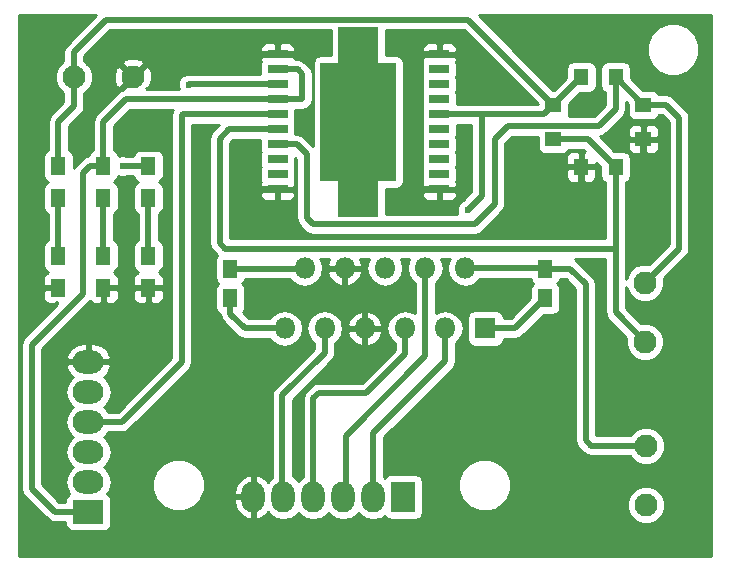
<source format=gbr>
G04 #@! TF.FileFunction,Copper,L1,Top,Signal*
%FSLAX46Y46*%
G04 Gerber Fmt 4.6, Leading zero omitted, Abs format (unit mm)*
G04 Created by KiCad (PCBNEW 4.0.1-stable) date 23/05/2018 12:47:38*
%MOMM*%
G01*
G04 APERTURE LIST*
%ADD10C,0.100000*%
%ADD11R,1.250000X1.500000*%
%ADD12R,1.300480X1.399540*%
%ADD13R,1.399540X1.300480*%
%ADD14R,1.300000X1.500000*%
%ADD15R,1.699260X0.759460*%
%ADD16R,6.398260X9.999980*%
%ADD17R,3.398520X16.098520*%
%ADD18R,1.800000X1.800000*%
%ADD19O,1.800000X1.800000*%
%ADD20C,1.950000*%
%ADD21R,2.600000X2.000000*%
%ADD22O,2.600000X2.000000*%
%ADD23R,2.000000X2.600000*%
%ADD24O,2.000000X2.600000*%
%ADD25C,0.600000*%
%ADD26C,0.500000*%
%ADD27C,0.254000*%
G04 APERTURE END LIST*
D10*
D11*
X88210000Y-44170000D03*
X88210000Y-46670000D03*
X114880000Y-46670000D03*
X114880000Y-44170000D03*
D12*
X120830340Y-27940000D03*
X117929660Y-27940000D03*
D13*
X123190000Y-33200340D03*
X123190000Y-30299660D03*
X115570000Y-33200340D03*
X115570000Y-30299660D03*
D12*
X117929660Y-35560000D03*
X120830340Y-35560000D03*
D14*
X73660000Y-38180000D03*
X73660000Y-35480000D03*
X81280000Y-38180000D03*
X81280000Y-35480000D03*
X77470000Y-38180000D03*
X77470000Y-35480000D03*
D15*
X105905300Y-37465000D03*
X105907840Y-36195000D03*
X105907840Y-34925000D03*
X105907840Y-33655000D03*
X105907840Y-32385000D03*
X105907840Y-31115000D03*
X105907840Y-29845000D03*
X105907840Y-28575000D03*
D16*
X99060000Y-31750000D03*
D15*
X105905300Y-26035000D03*
X105907840Y-27305000D03*
X92212160Y-26035000D03*
X92212160Y-27305000D03*
X92212160Y-28575000D03*
X92212160Y-29845000D03*
X92212160Y-31115000D03*
X92212160Y-32385000D03*
X92212160Y-33655000D03*
X92212160Y-34925000D03*
X92212160Y-36195000D03*
X92214700Y-37465000D03*
D17*
X99060000Y-31750000D03*
D18*
X109800000Y-49230000D03*
D19*
X108100000Y-44150000D03*
X106400000Y-49230000D03*
X104700000Y-44150000D03*
X103000000Y-49230000D03*
X101300000Y-44150000D03*
X99600000Y-49230000D03*
X97900000Y-44150000D03*
X96200000Y-49230000D03*
X94500000Y-44150000D03*
X92800000Y-49230000D03*
D20*
X79970000Y-27940000D03*
X74970000Y-27940000D03*
D21*
X76200000Y-64770000D03*
D22*
X76200000Y-62230000D03*
X76200000Y-59690000D03*
X76200000Y-57150000D03*
X76200000Y-54610000D03*
X76200000Y-52070000D03*
D23*
X102870000Y-63500000D03*
D24*
X100330000Y-63500000D03*
X97790000Y-63500000D03*
X95250000Y-63500000D03*
X92710000Y-63500000D03*
X90170000Y-63500000D03*
D20*
X123320000Y-50350000D03*
X123320000Y-45350000D03*
X123420000Y-59160000D03*
X123420000Y-64160000D03*
D14*
X73660000Y-43100000D03*
X73660000Y-45800000D03*
X81280000Y-43100000D03*
X81280000Y-45800000D03*
X77470000Y-43100000D03*
X77470000Y-45800000D03*
D25*
X115824000Y-24892000D03*
X86106000Y-25654000D03*
X87884000Y-53594000D03*
X114046000Y-37846000D03*
X114808000Y-51054000D03*
X105156000Y-57404000D03*
X108300000Y-39200000D03*
X122428000Y-39370000D03*
X117856000Y-38608000D03*
X102108000Y-25908000D03*
X94996000Y-25908000D03*
X89408000Y-27432000D03*
X89408000Y-34036000D03*
X79100000Y-35500000D03*
X84700000Y-28600000D03*
D26*
X88210000Y-44170000D02*
X94480000Y-44170000D01*
X94480000Y-44170000D02*
X94500000Y-44150000D01*
X88210000Y-46670000D02*
X88210000Y-48010000D01*
X89430000Y-49230000D02*
X92800000Y-49230000D01*
X88210000Y-48010000D02*
X89430000Y-49230000D01*
X109800000Y-49230000D02*
X112320000Y-49230000D01*
X112320000Y-49230000D02*
X114880000Y-46670000D01*
X114880000Y-44170000D02*
X116970000Y-44170000D01*
X118760000Y-59160000D02*
X123420000Y-59160000D01*
X118300000Y-58700000D02*
X118760000Y-59160000D01*
X118300000Y-45500000D02*
X118300000Y-58700000D01*
X116970000Y-44170000D02*
X118300000Y-45500000D01*
X108100000Y-44150000D02*
X114860000Y-44150000D01*
X114860000Y-44150000D02*
X114880000Y-44170000D01*
X92212160Y-33655000D02*
X93855000Y-33655000D01*
X120830340Y-30669660D02*
X120830340Y-27940000D01*
X119400000Y-32100000D02*
X120830340Y-30669660D01*
X111700000Y-32100000D02*
X119400000Y-32100000D01*
X110600000Y-33200000D02*
X111700000Y-32100000D01*
X110600000Y-38700000D02*
X110600000Y-33200000D01*
X108900000Y-40400000D02*
X110600000Y-38700000D01*
X95200000Y-40400000D02*
X108900000Y-40400000D01*
X94700000Y-39900000D02*
X95200000Y-40400000D01*
X94700000Y-34500000D02*
X94700000Y-39900000D01*
X93855000Y-33655000D02*
X94700000Y-34500000D01*
X120830340Y-27940000D02*
X123190000Y-30299660D01*
X123190000Y-30299660D02*
X125099660Y-30299660D01*
X126200000Y-42470000D02*
X123320000Y-45350000D01*
X126200000Y-31400000D02*
X126200000Y-42470000D01*
X125099660Y-30299660D02*
X126200000Y-31400000D01*
X109500000Y-38000000D02*
X109500000Y-31115000D01*
X108300000Y-39200000D02*
X109500000Y-38000000D01*
X74970000Y-27940000D02*
X74970000Y-25830000D01*
X108370340Y-23100000D02*
X115570000Y-30299660D01*
X77700000Y-23100000D02*
X108370340Y-23100000D01*
X74970000Y-25830000D02*
X77700000Y-23100000D01*
X114754660Y-31115000D02*
X115570000Y-30299660D01*
X105907840Y-31115000D02*
X109500000Y-31115000D01*
X109500000Y-31115000D02*
X114754660Y-31115000D01*
X117929660Y-27940000D02*
X115570000Y-30299660D01*
X74970000Y-27940000D02*
X74970000Y-30430000D01*
X73660000Y-31740000D02*
X73660000Y-35480000D01*
X74970000Y-30430000D02*
X73660000Y-31740000D01*
X117929660Y-35560000D02*
X117929660Y-38534340D01*
X123190000Y-38608000D02*
X123190000Y-33200340D01*
X122428000Y-39370000D02*
X123190000Y-38608000D01*
X117929660Y-38534340D02*
X117856000Y-38608000D01*
X92212160Y-26035000D02*
X94869000Y-26035000D01*
X102235000Y-26035000D02*
X103759000Y-26035000D01*
X102108000Y-25908000D02*
X102235000Y-26035000D01*
X94869000Y-26035000D02*
X94996000Y-25908000D01*
X105905300Y-37465000D02*
X103759000Y-37465000D01*
X103759000Y-37465000D02*
X103378000Y-37084000D01*
X103378000Y-37084000D02*
X103378000Y-26416000D01*
X103378000Y-26416000D02*
X103759000Y-26035000D01*
X103759000Y-26035000D02*
X105905300Y-26035000D01*
X92214700Y-37465000D02*
X90297000Y-37465000D01*
X90805000Y-26035000D02*
X92212160Y-26035000D01*
X89408000Y-27432000D02*
X90805000Y-26035000D01*
X89408000Y-36576000D02*
X89408000Y-34036000D01*
X90297000Y-37465000D02*
X89408000Y-36576000D01*
X87800000Y-42500000D02*
X120830340Y-42500000D01*
X87300000Y-42000000D02*
X87800000Y-42500000D01*
X87300000Y-33170000D02*
X87300000Y-42000000D01*
X88085000Y-32385000D02*
X87300000Y-33170000D01*
X92212160Y-32385000D02*
X88085000Y-32385000D01*
X120830340Y-42500000D02*
X120830340Y-47860340D01*
X115570000Y-33200340D02*
X118470680Y-33200340D01*
X118470680Y-33200340D02*
X120830340Y-35560000D01*
X120830340Y-35560000D02*
X120830340Y-42500000D01*
X120830340Y-47860340D02*
X123320000Y-50350000D01*
X73660000Y-38180000D02*
X73660000Y-43100000D01*
X81280000Y-38180000D02*
X81280000Y-43100000D01*
X79120000Y-35480000D02*
X81280000Y-35480000D01*
X79100000Y-35500000D02*
X79120000Y-35480000D01*
X77470000Y-38180000D02*
X77470000Y-43100000D01*
X73370000Y-64770000D02*
X76200000Y-64770000D01*
X71400000Y-62800000D02*
X73370000Y-64770000D01*
X71400000Y-50600000D02*
X71400000Y-62800000D01*
X75700000Y-46300000D02*
X71400000Y-50600000D01*
X75700000Y-36100000D02*
X75700000Y-46300000D01*
X76320000Y-35480000D02*
X75700000Y-36100000D01*
X77470000Y-35480000D02*
X76320000Y-35480000D01*
X77470000Y-35480000D02*
X77470000Y-31730000D01*
X79355000Y-29845000D02*
X92212160Y-29845000D01*
X77470000Y-31730000D02*
X79355000Y-29845000D01*
X92212160Y-29845000D02*
X94255000Y-29845000D01*
X93905000Y-27305000D02*
X92212160Y-27305000D01*
X94300000Y-27700000D02*
X93905000Y-27305000D01*
X94300000Y-29800000D02*
X94300000Y-27700000D01*
X94255000Y-29845000D02*
X94300000Y-29800000D01*
X84725000Y-28575000D02*
X92212160Y-28575000D01*
X84700000Y-28600000D02*
X84725000Y-28575000D01*
X84185000Y-31115000D02*
X92212160Y-31115000D01*
X84100000Y-31200000D02*
X84185000Y-31115000D01*
X84100000Y-52100000D02*
X84100000Y-31200000D01*
X79050000Y-57150000D02*
X84100000Y-52100000D01*
X76200000Y-57150000D02*
X79050000Y-57150000D01*
X106400000Y-49230000D02*
X106400000Y-52000000D01*
X100330000Y-58070000D02*
X100330000Y-63500000D01*
X106400000Y-52000000D02*
X100330000Y-58070000D01*
X104700000Y-44150000D02*
X104700000Y-51600000D01*
X98000000Y-58300000D02*
X98000000Y-63290000D01*
X104700000Y-51600000D02*
X98000000Y-58300000D01*
X98000000Y-63290000D02*
X97790000Y-63500000D01*
X103000000Y-49230000D02*
X103000000Y-51400000D01*
X95250000Y-55150000D02*
X95250000Y-63500000D01*
X95700000Y-54700000D02*
X95250000Y-55150000D01*
X99700000Y-54700000D02*
X95700000Y-54700000D01*
X103000000Y-51400000D02*
X99700000Y-54700000D01*
X92600000Y-63390000D02*
X92710000Y-63500000D01*
X92600000Y-54900000D02*
X92600000Y-63390000D01*
X96200000Y-51300000D02*
X92600000Y-54900000D01*
X96200000Y-49230000D02*
X96200000Y-51300000D01*
D27*
G36*
X74344210Y-25204210D02*
X74152367Y-25491325D01*
X74152367Y-25491326D01*
X74084999Y-25830000D01*
X74085000Y-25830005D01*
X74085000Y-26563652D01*
X74059200Y-26574312D01*
X73605904Y-27026817D01*
X73360280Y-27618346D01*
X73359721Y-28258844D01*
X73604312Y-28850800D01*
X74056817Y-29304096D01*
X74085000Y-29315799D01*
X74085000Y-30063421D01*
X73034210Y-31114210D01*
X72842367Y-31401325D01*
X72839848Y-31413990D01*
X72774999Y-31740000D01*
X72775000Y-31740005D01*
X72775000Y-34126778D01*
X72774683Y-34126838D01*
X72558559Y-34265910D01*
X72413569Y-34478110D01*
X72362560Y-34730000D01*
X72362560Y-36230000D01*
X72406838Y-36465317D01*
X72545910Y-36681441D01*
X72758110Y-36826431D01*
X72771197Y-36829081D01*
X72558559Y-36965910D01*
X72413569Y-37178110D01*
X72362560Y-37430000D01*
X72362560Y-38930000D01*
X72406838Y-39165317D01*
X72545910Y-39381441D01*
X72758110Y-39526431D01*
X72775000Y-39529851D01*
X72775000Y-41746778D01*
X72774683Y-41746838D01*
X72558559Y-41885910D01*
X72413569Y-42098110D01*
X72362560Y-42350000D01*
X72362560Y-43850000D01*
X72406838Y-44085317D01*
X72545910Y-44301441D01*
X72758110Y-44446431D01*
X72791490Y-44453191D01*
X72650301Y-44511673D01*
X72471673Y-44690302D01*
X72375000Y-44923691D01*
X72375000Y-45514250D01*
X72533750Y-45673000D01*
X73533000Y-45673000D01*
X73533000Y-45653000D01*
X73787000Y-45653000D01*
X73787000Y-45673000D01*
X73807000Y-45673000D01*
X73807000Y-45927000D01*
X73787000Y-45927000D01*
X73787000Y-45947000D01*
X73533000Y-45947000D01*
X73533000Y-45927000D01*
X72533750Y-45927000D01*
X72375000Y-46085750D01*
X72375000Y-46676309D01*
X72471673Y-46909698D01*
X72650301Y-47088327D01*
X72883690Y-47185000D01*
X73374250Y-47185000D01*
X73532998Y-47026252D01*
X73532998Y-47185000D01*
X73563421Y-47185000D01*
X70774210Y-49974210D01*
X70582367Y-50261325D01*
X70582367Y-50261326D01*
X70514999Y-50600000D01*
X70515000Y-50600005D01*
X70515000Y-62799995D01*
X70514999Y-62800000D01*
X70564992Y-63051326D01*
X70582367Y-63138675D01*
X70654625Y-63246817D01*
X70774210Y-63425790D01*
X72744208Y-65395787D01*
X72744210Y-65395790D01*
X73031325Y-65587633D01*
X73087516Y-65598810D01*
X73370000Y-65655001D01*
X73370005Y-65655000D01*
X74252560Y-65655000D01*
X74252560Y-65770000D01*
X74296838Y-66005317D01*
X74435910Y-66221441D01*
X74648110Y-66366431D01*
X74900000Y-66417440D01*
X77500000Y-66417440D01*
X77735317Y-66373162D01*
X77951441Y-66234090D01*
X78096431Y-66021890D01*
X78147440Y-65770000D01*
X78147440Y-63770000D01*
X78103162Y-63534683D01*
X77964090Y-63318559D01*
X77809671Y-63213049D01*
X78001056Y-62926619D01*
X81584613Y-62926619D01*
X81924155Y-63748372D01*
X82552321Y-64377636D01*
X83373481Y-64718611D01*
X84262619Y-64719387D01*
X85084372Y-64379845D01*
X85713636Y-63751679D01*
X85765407Y-63627000D01*
X88535000Y-63627000D01*
X88535000Y-63927000D01*
X88708058Y-64543020D01*
X89103683Y-65045922D01*
X89661645Y-65359144D01*
X89789566Y-65390124D01*
X90043000Y-65270777D01*
X90043000Y-63627000D01*
X88535000Y-63627000D01*
X85765407Y-63627000D01*
X85995447Y-63073000D01*
X88535000Y-63073000D01*
X88535000Y-63373000D01*
X90043000Y-63373000D01*
X90043000Y-61729223D01*
X89789566Y-61609876D01*
X89661645Y-61640856D01*
X89103683Y-61954078D01*
X88708058Y-62456980D01*
X88535000Y-63073000D01*
X85995447Y-63073000D01*
X86054611Y-62930519D01*
X86055387Y-62041381D01*
X85715845Y-61219628D01*
X85087679Y-60590364D01*
X84266519Y-60249389D01*
X83377381Y-60248613D01*
X82555628Y-60588155D01*
X81926364Y-61216321D01*
X81585389Y-62037481D01*
X81584613Y-62926619D01*
X78001056Y-62926619D01*
X78048452Y-62855687D01*
X78172909Y-62230000D01*
X78048452Y-61604313D01*
X77694029Y-61073880D01*
X77523595Y-60960000D01*
X77694029Y-60846120D01*
X78048452Y-60315687D01*
X78172909Y-59690000D01*
X78048452Y-59064313D01*
X77694029Y-58533880D01*
X77523595Y-58420000D01*
X77694029Y-58306120D01*
X77875185Y-58035000D01*
X79049995Y-58035000D01*
X79050000Y-58035001D01*
X79332484Y-57978810D01*
X79388675Y-57967633D01*
X79675790Y-57775790D01*
X84725787Y-52725792D01*
X84725790Y-52725790D01*
X84917633Y-52438675D01*
X84985000Y-52100000D01*
X84985000Y-32000000D01*
X87218421Y-32000000D01*
X86674210Y-32544210D01*
X86482367Y-32831325D01*
X86482367Y-32831326D01*
X86414999Y-33170000D01*
X86415000Y-33170005D01*
X86415000Y-41999995D01*
X86414999Y-42000000D01*
X86471190Y-42282484D01*
X86482367Y-42338675D01*
X86667000Y-42615000D01*
X86674210Y-42625790D01*
X87081103Y-43032682D01*
X86988569Y-43168110D01*
X86937560Y-43420000D01*
X86937560Y-44920000D01*
X86981838Y-45155317D01*
X87120910Y-45371441D01*
X87190711Y-45419134D01*
X87133559Y-45455910D01*
X86988569Y-45668110D01*
X86937560Y-45920000D01*
X86937560Y-47420000D01*
X86981838Y-47655317D01*
X87120910Y-47871441D01*
X87325204Y-48011029D01*
X87381190Y-48292484D01*
X87392367Y-48348675D01*
X87484211Y-48486130D01*
X87584210Y-48635790D01*
X88804208Y-49855787D01*
X88804210Y-49855790D01*
X88981439Y-49974210D01*
X89091326Y-50047634D01*
X89430000Y-50115001D01*
X89430005Y-50115000D01*
X91550610Y-50115000D01*
X91684519Y-50315409D01*
X92182509Y-50648155D01*
X92769928Y-50765000D01*
X92830072Y-50765000D01*
X93417491Y-50648155D01*
X93915481Y-50315409D01*
X94248227Y-49817419D01*
X94365072Y-49230000D01*
X94248227Y-48642581D01*
X93915481Y-48144591D01*
X93417491Y-47811845D01*
X92830072Y-47695000D01*
X92769928Y-47695000D01*
X92182509Y-47811845D01*
X91684519Y-48144591D01*
X91550610Y-48345000D01*
X89796579Y-48345000D01*
X89306424Y-47854844D01*
X89431431Y-47671890D01*
X89482440Y-47420000D01*
X89482440Y-45920000D01*
X89438162Y-45684683D01*
X89299090Y-45468559D01*
X89229289Y-45420866D01*
X89286441Y-45384090D01*
X89431431Y-45171890D01*
X89455102Y-45055000D01*
X93263974Y-45055000D01*
X93384519Y-45235409D01*
X93882509Y-45568155D01*
X94469928Y-45685000D01*
X94530072Y-45685000D01*
X95117491Y-45568155D01*
X95615481Y-45235409D01*
X95948227Y-44737419D01*
X95992520Y-44514740D01*
X96408964Y-44514740D01*
X96587760Y-44946417D01*
X96992424Y-45387966D01*
X97535258Y-45641046D01*
X97773000Y-45520997D01*
X97773000Y-44277000D01*
X98027000Y-44277000D01*
X98027000Y-45520997D01*
X98264742Y-45641046D01*
X98807576Y-45387966D01*
X99212240Y-44946417D01*
X99391036Y-44514740D01*
X99270378Y-44277000D01*
X98027000Y-44277000D01*
X97773000Y-44277000D01*
X96529622Y-44277000D01*
X96408964Y-44514740D01*
X95992520Y-44514740D01*
X96065072Y-44150000D01*
X95948227Y-43562581D01*
X95829571Y-43385000D01*
X96574747Y-43385000D01*
X96408964Y-43785260D01*
X96529622Y-44023000D01*
X97773000Y-44023000D01*
X97773000Y-44003000D01*
X98027000Y-44003000D01*
X98027000Y-44023000D01*
X99270378Y-44023000D01*
X99391036Y-43785260D01*
X99225253Y-43385000D01*
X99970429Y-43385000D01*
X99851773Y-43562581D01*
X99734928Y-44150000D01*
X99851773Y-44737419D01*
X100184519Y-45235409D01*
X100682509Y-45568155D01*
X101269928Y-45685000D01*
X101330072Y-45685000D01*
X101917491Y-45568155D01*
X102415481Y-45235409D01*
X102748227Y-44737419D01*
X102865072Y-44150000D01*
X102748227Y-43562581D01*
X102629571Y-43385000D01*
X103370429Y-43385000D01*
X103251773Y-43562581D01*
X103134928Y-44150000D01*
X103251773Y-44737419D01*
X103584519Y-45235409D01*
X103815000Y-45389411D01*
X103815000Y-47943816D01*
X103617491Y-47811845D01*
X103030072Y-47695000D01*
X102969928Y-47695000D01*
X102382509Y-47811845D01*
X101884519Y-48144591D01*
X101551773Y-48642581D01*
X101434928Y-49230000D01*
X101551773Y-49817419D01*
X101884519Y-50315409D01*
X102115000Y-50469411D01*
X102115000Y-51033421D01*
X99333420Y-53815000D01*
X95700005Y-53815000D01*
X95700000Y-53814999D01*
X95361325Y-53882367D01*
X95074210Y-54074210D01*
X95074208Y-54074213D01*
X94624210Y-54524210D01*
X94432367Y-54811325D01*
X94432367Y-54811326D01*
X94364999Y-55150000D01*
X94365000Y-55150005D01*
X94365000Y-61824815D01*
X94093880Y-62005971D01*
X93980000Y-62176405D01*
X93866120Y-62005971D01*
X93485000Y-61751315D01*
X93485000Y-55266580D01*
X96825787Y-51925792D01*
X96825790Y-51925790D01*
X97017633Y-51638675D01*
X97050347Y-51474211D01*
X97085001Y-51300000D01*
X97085000Y-51299995D01*
X97085000Y-50469411D01*
X97315481Y-50315409D01*
X97648227Y-49817419D01*
X97692520Y-49594740D01*
X98108964Y-49594740D01*
X98287760Y-50026417D01*
X98692424Y-50467966D01*
X99235258Y-50721046D01*
X99473000Y-50600997D01*
X99473000Y-49357000D01*
X99727000Y-49357000D01*
X99727000Y-50600997D01*
X99964742Y-50721046D01*
X100507576Y-50467966D01*
X100912240Y-50026417D01*
X101091036Y-49594740D01*
X100970378Y-49357000D01*
X99727000Y-49357000D01*
X99473000Y-49357000D01*
X98229622Y-49357000D01*
X98108964Y-49594740D01*
X97692520Y-49594740D01*
X97765072Y-49230000D01*
X97692521Y-48865260D01*
X98108964Y-48865260D01*
X98229622Y-49103000D01*
X99473000Y-49103000D01*
X99473000Y-47859003D01*
X99727000Y-47859003D01*
X99727000Y-49103000D01*
X100970378Y-49103000D01*
X101091036Y-48865260D01*
X100912240Y-48433583D01*
X100507576Y-47992034D01*
X99964742Y-47738954D01*
X99727000Y-47859003D01*
X99473000Y-47859003D01*
X99235258Y-47738954D01*
X98692424Y-47992034D01*
X98287760Y-48433583D01*
X98108964Y-48865260D01*
X97692521Y-48865260D01*
X97648227Y-48642581D01*
X97315481Y-48144591D01*
X96817491Y-47811845D01*
X96230072Y-47695000D01*
X96169928Y-47695000D01*
X95582509Y-47811845D01*
X95084519Y-48144591D01*
X94751773Y-48642581D01*
X94634928Y-49230000D01*
X94751773Y-49817419D01*
X95084519Y-50315409D01*
X95315000Y-50469411D01*
X95315000Y-50933421D01*
X91974210Y-54274210D01*
X91782367Y-54561325D01*
X91782367Y-54561326D01*
X91714999Y-54900000D01*
X91715000Y-54900005D01*
X91715000Y-61898314D01*
X91553880Y-62005971D01*
X91426781Y-62196188D01*
X91236317Y-61954078D01*
X90678355Y-61640856D01*
X90550434Y-61609876D01*
X90297000Y-61729223D01*
X90297000Y-63373000D01*
X90317000Y-63373000D01*
X90317000Y-63627000D01*
X90297000Y-63627000D01*
X90297000Y-65270777D01*
X90550434Y-65390124D01*
X90678355Y-65359144D01*
X91236317Y-65045922D01*
X91426781Y-64803812D01*
X91553880Y-64994029D01*
X92084313Y-65348452D01*
X92710000Y-65472909D01*
X93335687Y-65348452D01*
X93866120Y-64994029D01*
X93980000Y-64823595D01*
X94093880Y-64994029D01*
X94624313Y-65348452D01*
X95250000Y-65472909D01*
X95875687Y-65348452D01*
X96406120Y-64994029D01*
X96520000Y-64823595D01*
X96633880Y-64994029D01*
X97164313Y-65348452D01*
X97790000Y-65472909D01*
X98415687Y-65348452D01*
X98946120Y-64994029D01*
X99060000Y-64823595D01*
X99173880Y-64994029D01*
X99704313Y-65348452D01*
X100330000Y-65472909D01*
X100955687Y-65348452D01*
X101314192Y-65108907D01*
X101405910Y-65251441D01*
X101618110Y-65396431D01*
X101870000Y-65447440D01*
X103870000Y-65447440D01*
X104105317Y-65403162D01*
X104321441Y-65264090D01*
X104466431Y-65051890D01*
X104517440Y-64800000D01*
X104517440Y-62926619D01*
X107492613Y-62926619D01*
X107832155Y-63748372D01*
X108460321Y-64377636D01*
X109281481Y-64718611D01*
X110170619Y-64719387D01*
X110752776Y-64478844D01*
X121809721Y-64478844D01*
X122054312Y-65070800D01*
X122506817Y-65524096D01*
X123098346Y-65769720D01*
X123738844Y-65770279D01*
X124330800Y-65525688D01*
X124784096Y-65073183D01*
X125029720Y-64481654D01*
X125030279Y-63841156D01*
X124785688Y-63249200D01*
X124333183Y-62795904D01*
X123741654Y-62550280D01*
X123101156Y-62549721D01*
X122509200Y-62794312D01*
X122055904Y-63246817D01*
X121810280Y-63838346D01*
X121809721Y-64478844D01*
X110752776Y-64478844D01*
X110992372Y-64379845D01*
X111621636Y-63751679D01*
X111962611Y-62930519D01*
X111963387Y-62041381D01*
X111623845Y-61219628D01*
X110995679Y-60590364D01*
X110174519Y-60249389D01*
X109285381Y-60248613D01*
X108463628Y-60588155D01*
X107834364Y-61216321D01*
X107493389Y-62037481D01*
X107492613Y-62926619D01*
X104517440Y-62926619D01*
X104517440Y-62200000D01*
X104473162Y-61964683D01*
X104334090Y-61748559D01*
X104121890Y-61603569D01*
X103870000Y-61552560D01*
X101870000Y-61552560D01*
X101634683Y-61596838D01*
X101418559Y-61735910D01*
X101313049Y-61890329D01*
X101215000Y-61824815D01*
X101215000Y-58436580D01*
X107025787Y-52625792D01*
X107025790Y-52625790D01*
X107217633Y-52338675D01*
X107285000Y-52000000D01*
X107285000Y-50469411D01*
X107515481Y-50315409D01*
X107848227Y-49817419D01*
X107965072Y-49230000D01*
X107848227Y-48642581D01*
X107515481Y-48144591D01*
X107017491Y-47811845D01*
X106430072Y-47695000D01*
X106369928Y-47695000D01*
X105782509Y-47811845D01*
X105585000Y-47943816D01*
X105585000Y-45389411D01*
X105815481Y-45235409D01*
X106148227Y-44737419D01*
X106265072Y-44150000D01*
X106148227Y-43562581D01*
X106029571Y-43385000D01*
X106770429Y-43385000D01*
X106651773Y-43562581D01*
X106534928Y-44150000D01*
X106651773Y-44737419D01*
X106984519Y-45235409D01*
X107482509Y-45568155D01*
X108069928Y-45685000D01*
X108130072Y-45685000D01*
X108717491Y-45568155D01*
X109215481Y-45235409D01*
X109349390Y-45035000D01*
X113629199Y-45035000D01*
X113651838Y-45155317D01*
X113790910Y-45371441D01*
X113860711Y-45419134D01*
X113803559Y-45455910D01*
X113658569Y-45668110D01*
X113607560Y-45920000D01*
X113607560Y-46690861D01*
X111953420Y-48345000D01*
X111347440Y-48345000D01*
X111347440Y-48330000D01*
X111303162Y-48094683D01*
X111164090Y-47878559D01*
X110951890Y-47733569D01*
X110700000Y-47682560D01*
X108900000Y-47682560D01*
X108664683Y-47726838D01*
X108448559Y-47865910D01*
X108303569Y-48078110D01*
X108252560Y-48330000D01*
X108252560Y-50130000D01*
X108296838Y-50365317D01*
X108435910Y-50581441D01*
X108648110Y-50726431D01*
X108900000Y-50777440D01*
X110700000Y-50777440D01*
X110935317Y-50733162D01*
X111151441Y-50594090D01*
X111296431Y-50381890D01*
X111347440Y-50130000D01*
X111347440Y-50115000D01*
X112319995Y-50115000D01*
X112320000Y-50115001D01*
X112602484Y-50058810D01*
X112658675Y-50047633D01*
X112945790Y-49855790D01*
X114734139Y-48067440D01*
X115505000Y-48067440D01*
X115740317Y-48023162D01*
X115956441Y-47884090D01*
X116101431Y-47671890D01*
X116152440Y-47420000D01*
X116152440Y-45920000D01*
X116108162Y-45684683D01*
X115969090Y-45468559D01*
X115899289Y-45420866D01*
X115956441Y-45384090D01*
X116101431Y-45171890D01*
X116125102Y-45055000D01*
X116603420Y-45055000D01*
X117415000Y-45866579D01*
X117415000Y-58699995D01*
X117414999Y-58700000D01*
X117465723Y-58955001D01*
X117482367Y-59038675D01*
X117674210Y-59325790D01*
X118134208Y-59785787D01*
X118134210Y-59785790D01*
X118421325Y-59977633D01*
X118760000Y-60045001D01*
X118760005Y-60045000D01*
X122043652Y-60045000D01*
X122054312Y-60070800D01*
X122506817Y-60524096D01*
X123098346Y-60769720D01*
X123738844Y-60770279D01*
X124330800Y-60525688D01*
X124784096Y-60073183D01*
X125029720Y-59481654D01*
X125030279Y-58841156D01*
X124785688Y-58249200D01*
X124333183Y-57795904D01*
X123741654Y-57550280D01*
X123101156Y-57549721D01*
X122509200Y-57794312D01*
X122055904Y-58246817D01*
X122044201Y-58275000D01*
X119185000Y-58275000D01*
X119185000Y-45500005D01*
X119185001Y-45500000D01*
X119128810Y-45217516D01*
X119117633Y-45161325D01*
X118925790Y-44874210D01*
X118925787Y-44874208D01*
X117595790Y-43544210D01*
X117565858Y-43524210D01*
X117357514Y-43385000D01*
X119945340Y-43385000D01*
X119945340Y-47860335D01*
X119945339Y-47860340D01*
X119977727Y-48023162D01*
X120012707Y-48199015D01*
X120204550Y-48486130D01*
X121720985Y-50002565D01*
X121710280Y-50028346D01*
X121709721Y-50668844D01*
X121954312Y-51260800D01*
X122406817Y-51714096D01*
X122998346Y-51959720D01*
X123638844Y-51960279D01*
X124230800Y-51715688D01*
X124684096Y-51263183D01*
X124929720Y-50671654D01*
X124930279Y-50031156D01*
X124685688Y-49439200D01*
X124233183Y-48985904D01*
X123641654Y-48740280D01*
X123001156Y-48739721D01*
X122972953Y-48751374D01*
X121715340Y-47493760D01*
X121715340Y-45682443D01*
X121954312Y-46260800D01*
X122406817Y-46714096D01*
X122998346Y-46959720D01*
X123638844Y-46960279D01*
X124230800Y-46715688D01*
X124684096Y-46263183D01*
X124929720Y-45671654D01*
X124930279Y-45031156D01*
X124918626Y-45002954D01*
X126825787Y-43095792D01*
X126825790Y-43095790D01*
X127017633Y-42808675D01*
X127047415Y-42658954D01*
X127085001Y-42470000D01*
X127085000Y-42469995D01*
X127085000Y-31400005D01*
X127085001Y-31400000D01*
X127017633Y-31061326D01*
X127017633Y-31061325D01*
X126825790Y-30774210D01*
X126825787Y-30774208D01*
X125725450Y-29673870D01*
X125688858Y-29649420D01*
X125438335Y-29482027D01*
X125382144Y-29470850D01*
X125099660Y-29414659D01*
X125099655Y-29414660D01*
X124493037Y-29414660D01*
X124492932Y-29414103D01*
X124353860Y-29197979D01*
X124141660Y-29052989D01*
X123889770Y-29001980D01*
X123143899Y-29001980D01*
X122128020Y-27986100D01*
X122128020Y-27240230D01*
X122083742Y-27004913D01*
X121944670Y-26788789D01*
X121732470Y-26643799D01*
X121480580Y-26592790D01*
X120180100Y-26592790D01*
X119944783Y-26637068D01*
X119728659Y-26776140D01*
X119583669Y-26988340D01*
X119532660Y-27240230D01*
X119532660Y-28639770D01*
X119576938Y-28875087D01*
X119716010Y-29091211D01*
X119928210Y-29236201D01*
X119945340Y-29239670D01*
X119945340Y-30303081D01*
X119033420Y-31215000D01*
X116857175Y-31215000D01*
X116866201Y-31201790D01*
X116917210Y-30949900D01*
X116917210Y-30204030D01*
X117834029Y-29287210D01*
X118579900Y-29287210D01*
X118815217Y-29242932D01*
X119031341Y-29103860D01*
X119176331Y-28891660D01*
X119227340Y-28639770D01*
X119227340Y-27240230D01*
X119183062Y-27004913D01*
X119043990Y-26788789D01*
X118831790Y-26643799D01*
X118579900Y-26592790D01*
X117279420Y-26592790D01*
X117044103Y-26637068D01*
X116827979Y-26776140D01*
X116682989Y-26988340D01*
X116631980Y-27240230D01*
X116631980Y-27986101D01*
X115616100Y-29001980D01*
X115523899Y-29001980D01*
X112564539Y-26042619D01*
X123464613Y-26042619D01*
X123804155Y-26864372D01*
X124432321Y-27493636D01*
X125253481Y-27834611D01*
X126142619Y-27835387D01*
X126964372Y-27495845D01*
X127593636Y-26867679D01*
X127934611Y-26046519D01*
X127935387Y-25157381D01*
X127595845Y-24335628D01*
X126967679Y-23706364D01*
X126146519Y-23365389D01*
X125257381Y-23364613D01*
X124435628Y-23704155D01*
X123806364Y-24332321D01*
X123465389Y-25153481D01*
X123464613Y-26042619D01*
X112564539Y-26042619D01*
X109231920Y-22710000D01*
X128890000Y-22710000D01*
X128890000Y-68490000D01*
X70310000Y-68490000D01*
X70310000Y-22710000D01*
X76838421Y-22710000D01*
X74344210Y-25204210D01*
X74344210Y-25204210D01*
G37*
X74344210Y-25204210D02*
X74152367Y-25491325D01*
X74152367Y-25491326D01*
X74084999Y-25830000D01*
X74085000Y-25830005D01*
X74085000Y-26563652D01*
X74059200Y-26574312D01*
X73605904Y-27026817D01*
X73360280Y-27618346D01*
X73359721Y-28258844D01*
X73604312Y-28850800D01*
X74056817Y-29304096D01*
X74085000Y-29315799D01*
X74085000Y-30063421D01*
X73034210Y-31114210D01*
X72842367Y-31401325D01*
X72839848Y-31413990D01*
X72774999Y-31740000D01*
X72775000Y-31740005D01*
X72775000Y-34126778D01*
X72774683Y-34126838D01*
X72558559Y-34265910D01*
X72413569Y-34478110D01*
X72362560Y-34730000D01*
X72362560Y-36230000D01*
X72406838Y-36465317D01*
X72545910Y-36681441D01*
X72758110Y-36826431D01*
X72771197Y-36829081D01*
X72558559Y-36965910D01*
X72413569Y-37178110D01*
X72362560Y-37430000D01*
X72362560Y-38930000D01*
X72406838Y-39165317D01*
X72545910Y-39381441D01*
X72758110Y-39526431D01*
X72775000Y-39529851D01*
X72775000Y-41746778D01*
X72774683Y-41746838D01*
X72558559Y-41885910D01*
X72413569Y-42098110D01*
X72362560Y-42350000D01*
X72362560Y-43850000D01*
X72406838Y-44085317D01*
X72545910Y-44301441D01*
X72758110Y-44446431D01*
X72791490Y-44453191D01*
X72650301Y-44511673D01*
X72471673Y-44690302D01*
X72375000Y-44923691D01*
X72375000Y-45514250D01*
X72533750Y-45673000D01*
X73533000Y-45673000D01*
X73533000Y-45653000D01*
X73787000Y-45653000D01*
X73787000Y-45673000D01*
X73807000Y-45673000D01*
X73807000Y-45927000D01*
X73787000Y-45927000D01*
X73787000Y-45947000D01*
X73533000Y-45947000D01*
X73533000Y-45927000D01*
X72533750Y-45927000D01*
X72375000Y-46085750D01*
X72375000Y-46676309D01*
X72471673Y-46909698D01*
X72650301Y-47088327D01*
X72883690Y-47185000D01*
X73374250Y-47185000D01*
X73532998Y-47026252D01*
X73532998Y-47185000D01*
X73563421Y-47185000D01*
X70774210Y-49974210D01*
X70582367Y-50261325D01*
X70582367Y-50261326D01*
X70514999Y-50600000D01*
X70515000Y-50600005D01*
X70515000Y-62799995D01*
X70514999Y-62800000D01*
X70564992Y-63051326D01*
X70582367Y-63138675D01*
X70654625Y-63246817D01*
X70774210Y-63425790D01*
X72744208Y-65395787D01*
X72744210Y-65395790D01*
X73031325Y-65587633D01*
X73087516Y-65598810D01*
X73370000Y-65655001D01*
X73370005Y-65655000D01*
X74252560Y-65655000D01*
X74252560Y-65770000D01*
X74296838Y-66005317D01*
X74435910Y-66221441D01*
X74648110Y-66366431D01*
X74900000Y-66417440D01*
X77500000Y-66417440D01*
X77735317Y-66373162D01*
X77951441Y-66234090D01*
X78096431Y-66021890D01*
X78147440Y-65770000D01*
X78147440Y-63770000D01*
X78103162Y-63534683D01*
X77964090Y-63318559D01*
X77809671Y-63213049D01*
X78001056Y-62926619D01*
X81584613Y-62926619D01*
X81924155Y-63748372D01*
X82552321Y-64377636D01*
X83373481Y-64718611D01*
X84262619Y-64719387D01*
X85084372Y-64379845D01*
X85713636Y-63751679D01*
X85765407Y-63627000D01*
X88535000Y-63627000D01*
X88535000Y-63927000D01*
X88708058Y-64543020D01*
X89103683Y-65045922D01*
X89661645Y-65359144D01*
X89789566Y-65390124D01*
X90043000Y-65270777D01*
X90043000Y-63627000D01*
X88535000Y-63627000D01*
X85765407Y-63627000D01*
X85995447Y-63073000D01*
X88535000Y-63073000D01*
X88535000Y-63373000D01*
X90043000Y-63373000D01*
X90043000Y-61729223D01*
X89789566Y-61609876D01*
X89661645Y-61640856D01*
X89103683Y-61954078D01*
X88708058Y-62456980D01*
X88535000Y-63073000D01*
X85995447Y-63073000D01*
X86054611Y-62930519D01*
X86055387Y-62041381D01*
X85715845Y-61219628D01*
X85087679Y-60590364D01*
X84266519Y-60249389D01*
X83377381Y-60248613D01*
X82555628Y-60588155D01*
X81926364Y-61216321D01*
X81585389Y-62037481D01*
X81584613Y-62926619D01*
X78001056Y-62926619D01*
X78048452Y-62855687D01*
X78172909Y-62230000D01*
X78048452Y-61604313D01*
X77694029Y-61073880D01*
X77523595Y-60960000D01*
X77694029Y-60846120D01*
X78048452Y-60315687D01*
X78172909Y-59690000D01*
X78048452Y-59064313D01*
X77694029Y-58533880D01*
X77523595Y-58420000D01*
X77694029Y-58306120D01*
X77875185Y-58035000D01*
X79049995Y-58035000D01*
X79050000Y-58035001D01*
X79332484Y-57978810D01*
X79388675Y-57967633D01*
X79675790Y-57775790D01*
X84725787Y-52725792D01*
X84725790Y-52725790D01*
X84917633Y-52438675D01*
X84985000Y-52100000D01*
X84985000Y-32000000D01*
X87218421Y-32000000D01*
X86674210Y-32544210D01*
X86482367Y-32831325D01*
X86482367Y-32831326D01*
X86414999Y-33170000D01*
X86415000Y-33170005D01*
X86415000Y-41999995D01*
X86414999Y-42000000D01*
X86471190Y-42282484D01*
X86482367Y-42338675D01*
X86667000Y-42615000D01*
X86674210Y-42625790D01*
X87081103Y-43032682D01*
X86988569Y-43168110D01*
X86937560Y-43420000D01*
X86937560Y-44920000D01*
X86981838Y-45155317D01*
X87120910Y-45371441D01*
X87190711Y-45419134D01*
X87133559Y-45455910D01*
X86988569Y-45668110D01*
X86937560Y-45920000D01*
X86937560Y-47420000D01*
X86981838Y-47655317D01*
X87120910Y-47871441D01*
X87325204Y-48011029D01*
X87381190Y-48292484D01*
X87392367Y-48348675D01*
X87484211Y-48486130D01*
X87584210Y-48635790D01*
X88804208Y-49855787D01*
X88804210Y-49855790D01*
X88981439Y-49974210D01*
X89091326Y-50047634D01*
X89430000Y-50115001D01*
X89430005Y-50115000D01*
X91550610Y-50115000D01*
X91684519Y-50315409D01*
X92182509Y-50648155D01*
X92769928Y-50765000D01*
X92830072Y-50765000D01*
X93417491Y-50648155D01*
X93915481Y-50315409D01*
X94248227Y-49817419D01*
X94365072Y-49230000D01*
X94248227Y-48642581D01*
X93915481Y-48144591D01*
X93417491Y-47811845D01*
X92830072Y-47695000D01*
X92769928Y-47695000D01*
X92182509Y-47811845D01*
X91684519Y-48144591D01*
X91550610Y-48345000D01*
X89796579Y-48345000D01*
X89306424Y-47854844D01*
X89431431Y-47671890D01*
X89482440Y-47420000D01*
X89482440Y-45920000D01*
X89438162Y-45684683D01*
X89299090Y-45468559D01*
X89229289Y-45420866D01*
X89286441Y-45384090D01*
X89431431Y-45171890D01*
X89455102Y-45055000D01*
X93263974Y-45055000D01*
X93384519Y-45235409D01*
X93882509Y-45568155D01*
X94469928Y-45685000D01*
X94530072Y-45685000D01*
X95117491Y-45568155D01*
X95615481Y-45235409D01*
X95948227Y-44737419D01*
X95992520Y-44514740D01*
X96408964Y-44514740D01*
X96587760Y-44946417D01*
X96992424Y-45387966D01*
X97535258Y-45641046D01*
X97773000Y-45520997D01*
X97773000Y-44277000D01*
X98027000Y-44277000D01*
X98027000Y-45520997D01*
X98264742Y-45641046D01*
X98807576Y-45387966D01*
X99212240Y-44946417D01*
X99391036Y-44514740D01*
X99270378Y-44277000D01*
X98027000Y-44277000D01*
X97773000Y-44277000D01*
X96529622Y-44277000D01*
X96408964Y-44514740D01*
X95992520Y-44514740D01*
X96065072Y-44150000D01*
X95948227Y-43562581D01*
X95829571Y-43385000D01*
X96574747Y-43385000D01*
X96408964Y-43785260D01*
X96529622Y-44023000D01*
X97773000Y-44023000D01*
X97773000Y-44003000D01*
X98027000Y-44003000D01*
X98027000Y-44023000D01*
X99270378Y-44023000D01*
X99391036Y-43785260D01*
X99225253Y-43385000D01*
X99970429Y-43385000D01*
X99851773Y-43562581D01*
X99734928Y-44150000D01*
X99851773Y-44737419D01*
X100184519Y-45235409D01*
X100682509Y-45568155D01*
X101269928Y-45685000D01*
X101330072Y-45685000D01*
X101917491Y-45568155D01*
X102415481Y-45235409D01*
X102748227Y-44737419D01*
X102865072Y-44150000D01*
X102748227Y-43562581D01*
X102629571Y-43385000D01*
X103370429Y-43385000D01*
X103251773Y-43562581D01*
X103134928Y-44150000D01*
X103251773Y-44737419D01*
X103584519Y-45235409D01*
X103815000Y-45389411D01*
X103815000Y-47943816D01*
X103617491Y-47811845D01*
X103030072Y-47695000D01*
X102969928Y-47695000D01*
X102382509Y-47811845D01*
X101884519Y-48144591D01*
X101551773Y-48642581D01*
X101434928Y-49230000D01*
X101551773Y-49817419D01*
X101884519Y-50315409D01*
X102115000Y-50469411D01*
X102115000Y-51033421D01*
X99333420Y-53815000D01*
X95700005Y-53815000D01*
X95700000Y-53814999D01*
X95361325Y-53882367D01*
X95074210Y-54074210D01*
X95074208Y-54074213D01*
X94624210Y-54524210D01*
X94432367Y-54811325D01*
X94432367Y-54811326D01*
X94364999Y-55150000D01*
X94365000Y-55150005D01*
X94365000Y-61824815D01*
X94093880Y-62005971D01*
X93980000Y-62176405D01*
X93866120Y-62005971D01*
X93485000Y-61751315D01*
X93485000Y-55266580D01*
X96825787Y-51925792D01*
X96825790Y-51925790D01*
X97017633Y-51638675D01*
X97050347Y-51474211D01*
X97085001Y-51300000D01*
X97085000Y-51299995D01*
X97085000Y-50469411D01*
X97315481Y-50315409D01*
X97648227Y-49817419D01*
X97692520Y-49594740D01*
X98108964Y-49594740D01*
X98287760Y-50026417D01*
X98692424Y-50467966D01*
X99235258Y-50721046D01*
X99473000Y-50600997D01*
X99473000Y-49357000D01*
X99727000Y-49357000D01*
X99727000Y-50600997D01*
X99964742Y-50721046D01*
X100507576Y-50467966D01*
X100912240Y-50026417D01*
X101091036Y-49594740D01*
X100970378Y-49357000D01*
X99727000Y-49357000D01*
X99473000Y-49357000D01*
X98229622Y-49357000D01*
X98108964Y-49594740D01*
X97692520Y-49594740D01*
X97765072Y-49230000D01*
X97692521Y-48865260D01*
X98108964Y-48865260D01*
X98229622Y-49103000D01*
X99473000Y-49103000D01*
X99473000Y-47859003D01*
X99727000Y-47859003D01*
X99727000Y-49103000D01*
X100970378Y-49103000D01*
X101091036Y-48865260D01*
X100912240Y-48433583D01*
X100507576Y-47992034D01*
X99964742Y-47738954D01*
X99727000Y-47859003D01*
X99473000Y-47859003D01*
X99235258Y-47738954D01*
X98692424Y-47992034D01*
X98287760Y-48433583D01*
X98108964Y-48865260D01*
X97692521Y-48865260D01*
X97648227Y-48642581D01*
X97315481Y-48144591D01*
X96817491Y-47811845D01*
X96230072Y-47695000D01*
X96169928Y-47695000D01*
X95582509Y-47811845D01*
X95084519Y-48144591D01*
X94751773Y-48642581D01*
X94634928Y-49230000D01*
X94751773Y-49817419D01*
X95084519Y-50315409D01*
X95315000Y-50469411D01*
X95315000Y-50933421D01*
X91974210Y-54274210D01*
X91782367Y-54561325D01*
X91782367Y-54561326D01*
X91714999Y-54900000D01*
X91715000Y-54900005D01*
X91715000Y-61898314D01*
X91553880Y-62005971D01*
X91426781Y-62196188D01*
X91236317Y-61954078D01*
X90678355Y-61640856D01*
X90550434Y-61609876D01*
X90297000Y-61729223D01*
X90297000Y-63373000D01*
X90317000Y-63373000D01*
X90317000Y-63627000D01*
X90297000Y-63627000D01*
X90297000Y-65270777D01*
X90550434Y-65390124D01*
X90678355Y-65359144D01*
X91236317Y-65045922D01*
X91426781Y-64803812D01*
X91553880Y-64994029D01*
X92084313Y-65348452D01*
X92710000Y-65472909D01*
X93335687Y-65348452D01*
X93866120Y-64994029D01*
X93980000Y-64823595D01*
X94093880Y-64994029D01*
X94624313Y-65348452D01*
X95250000Y-65472909D01*
X95875687Y-65348452D01*
X96406120Y-64994029D01*
X96520000Y-64823595D01*
X96633880Y-64994029D01*
X97164313Y-65348452D01*
X97790000Y-65472909D01*
X98415687Y-65348452D01*
X98946120Y-64994029D01*
X99060000Y-64823595D01*
X99173880Y-64994029D01*
X99704313Y-65348452D01*
X100330000Y-65472909D01*
X100955687Y-65348452D01*
X101314192Y-65108907D01*
X101405910Y-65251441D01*
X101618110Y-65396431D01*
X101870000Y-65447440D01*
X103870000Y-65447440D01*
X104105317Y-65403162D01*
X104321441Y-65264090D01*
X104466431Y-65051890D01*
X104517440Y-64800000D01*
X104517440Y-62926619D01*
X107492613Y-62926619D01*
X107832155Y-63748372D01*
X108460321Y-64377636D01*
X109281481Y-64718611D01*
X110170619Y-64719387D01*
X110752776Y-64478844D01*
X121809721Y-64478844D01*
X122054312Y-65070800D01*
X122506817Y-65524096D01*
X123098346Y-65769720D01*
X123738844Y-65770279D01*
X124330800Y-65525688D01*
X124784096Y-65073183D01*
X125029720Y-64481654D01*
X125030279Y-63841156D01*
X124785688Y-63249200D01*
X124333183Y-62795904D01*
X123741654Y-62550280D01*
X123101156Y-62549721D01*
X122509200Y-62794312D01*
X122055904Y-63246817D01*
X121810280Y-63838346D01*
X121809721Y-64478844D01*
X110752776Y-64478844D01*
X110992372Y-64379845D01*
X111621636Y-63751679D01*
X111962611Y-62930519D01*
X111963387Y-62041381D01*
X111623845Y-61219628D01*
X110995679Y-60590364D01*
X110174519Y-60249389D01*
X109285381Y-60248613D01*
X108463628Y-60588155D01*
X107834364Y-61216321D01*
X107493389Y-62037481D01*
X107492613Y-62926619D01*
X104517440Y-62926619D01*
X104517440Y-62200000D01*
X104473162Y-61964683D01*
X104334090Y-61748559D01*
X104121890Y-61603569D01*
X103870000Y-61552560D01*
X101870000Y-61552560D01*
X101634683Y-61596838D01*
X101418559Y-61735910D01*
X101313049Y-61890329D01*
X101215000Y-61824815D01*
X101215000Y-58436580D01*
X107025787Y-52625792D01*
X107025790Y-52625790D01*
X107217633Y-52338675D01*
X107285000Y-52000000D01*
X107285000Y-50469411D01*
X107515481Y-50315409D01*
X107848227Y-49817419D01*
X107965072Y-49230000D01*
X107848227Y-48642581D01*
X107515481Y-48144591D01*
X107017491Y-47811845D01*
X106430072Y-47695000D01*
X106369928Y-47695000D01*
X105782509Y-47811845D01*
X105585000Y-47943816D01*
X105585000Y-45389411D01*
X105815481Y-45235409D01*
X106148227Y-44737419D01*
X106265072Y-44150000D01*
X106148227Y-43562581D01*
X106029571Y-43385000D01*
X106770429Y-43385000D01*
X106651773Y-43562581D01*
X106534928Y-44150000D01*
X106651773Y-44737419D01*
X106984519Y-45235409D01*
X107482509Y-45568155D01*
X108069928Y-45685000D01*
X108130072Y-45685000D01*
X108717491Y-45568155D01*
X109215481Y-45235409D01*
X109349390Y-45035000D01*
X113629199Y-45035000D01*
X113651838Y-45155317D01*
X113790910Y-45371441D01*
X113860711Y-45419134D01*
X113803559Y-45455910D01*
X113658569Y-45668110D01*
X113607560Y-45920000D01*
X113607560Y-46690861D01*
X111953420Y-48345000D01*
X111347440Y-48345000D01*
X111347440Y-48330000D01*
X111303162Y-48094683D01*
X111164090Y-47878559D01*
X110951890Y-47733569D01*
X110700000Y-47682560D01*
X108900000Y-47682560D01*
X108664683Y-47726838D01*
X108448559Y-47865910D01*
X108303569Y-48078110D01*
X108252560Y-48330000D01*
X108252560Y-50130000D01*
X108296838Y-50365317D01*
X108435910Y-50581441D01*
X108648110Y-50726431D01*
X108900000Y-50777440D01*
X110700000Y-50777440D01*
X110935317Y-50733162D01*
X111151441Y-50594090D01*
X111296431Y-50381890D01*
X111347440Y-50130000D01*
X111347440Y-50115000D01*
X112319995Y-50115000D01*
X112320000Y-50115001D01*
X112602484Y-50058810D01*
X112658675Y-50047633D01*
X112945790Y-49855790D01*
X114734139Y-48067440D01*
X115505000Y-48067440D01*
X115740317Y-48023162D01*
X115956441Y-47884090D01*
X116101431Y-47671890D01*
X116152440Y-47420000D01*
X116152440Y-45920000D01*
X116108162Y-45684683D01*
X115969090Y-45468559D01*
X115899289Y-45420866D01*
X115956441Y-45384090D01*
X116101431Y-45171890D01*
X116125102Y-45055000D01*
X116603420Y-45055000D01*
X117415000Y-45866579D01*
X117415000Y-58699995D01*
X117414999Y-58700000D01*
X117465723Y-58955001D01*
X117482367Y-59038675D01*
X117674210Y-59325790D01*
X118134208Y-59785787D01*
X118134210Y-59785790D01*
X118421325Y-59977633D01*
X118760000Y-60045001D01*
X118760005Y-60045000D01*
X122043652Y-60045000D01*
X122054312Y-60070800D01*
X122506817Y-60524096D01*
X123098346Y-60769720D01*
X123738844Y-60770279D01*
X124330800Y-60525688D01*
X124784096Y-60073183D01*
X125029720Y-59481654D01*
X125030279Y-58841156D01*
X124785688Y-58249200D01*
X124333183Y-57795904D01*
X123741654Y-57550280D01*
X123101156Y-57549721D01*
X122509200Y-57794312D01*
X122055904Y-58246817D01*
X122044201Y-58275000D01*
X119185000Y-58275000D01*
X119185000Y-45500005D01*
X119185001Y-45500000D01*
X119128810Y-45217516D01*
X119117633Y-45161325D01*
X118925790Y-44874210D01*
X118925787Y-44874208D01*
X117595790Y-43544210D01*
X117565858Y-43524210D01*
X117357514Y-43385000D01*
X119945340Y-43385000D01*
X119945340Y-47860335D01*
X119945339Y-47860340D01*
X119977727Y-48023162D01*
X120012707Y-48199015D01*
X120204550Y-48486130D01*
X121720985Y-50002565D01*
X121710280Y-50028346D01*
X121709721Y-50668844D01*
X121954312Y-51260800D01*
X122406817Y-51714096D01*
X122998346Y-51959720D01*
X123638844Y-51960279D01*
X124230800Y-51715688D01*
X124684096Y-51263183D01*
X124929720Y-50671654D01*
X124930279Y-50031156D01*
X124685688Y-49439200D01*
X124233183Y-48985904D01*
X123641654Y-48740280D01*
X123001156Y-48739721D01*
X122972953Y-48751374D01*
X121715340Y-47493760D01*
X121715340Y-45682443D01*
X121954312Y-46260800D01*
X122406817Y-46714096D01*
X122998346Y-46959720D01*
X123638844Y-46960279D01*
X124230800Y-46715688D01*
X124684096Y-46263183D01*
X124929720Y-45671654D01*
X124930279Y-45031156D01*
X124918626Y-45002954D01*
X126825787Y-43095792D01*
X126825790Y-43095790D01*
X127017633Y-42808675D01*
X127047415Y-42658954D01*
X127085001Y-42470000D01*
X127085000Y-42469995D01*
X127085000Y-31400005D01*
X127085001Y-31400000D01*
X127017633Y-31061326D01*
X127017633Y-31061325D01*
X126825790Y-30774210D01*
X126825787Y-30774208D01*
X125725450Y-29673870D01*
X125688858Y-29649420D01*
X125438335Y-29482027D01*
X125382144Y-29470850D01*
X125099660Y-29414659D01*
X125099655Y-29414660D01*
X124493037Y-29414660D01*
X124492932Y-29414103D01*
X124353860Y-29197979D01*
X124141660Y-29052989D01*
X123889770Y-29001980D01*
X123143899Y-29001980D01*
X122128020Y-27986100D01*
X122128020Y-27240230D01*
X122083742Y-27004913D01*
X121944670Y-26788789D01*
X121732470Y-26643799D01*
X121480580Y-26592790D01*
X120180100Y-26592790D01*
X119944783Y-26637068D01*
X119728659Y-26776140D01*
X119583669Y-26988340D01*
X119532660Y-27240230D01*
X119532660Y-28639770D01*
X119576938Y-28875087D01*
X119716010Y-29091211D01*
X119928210Y-29236201D01*
X119945340Y-29239670D01*
X119945340Y-30303081D01*
X119033420Y-31215000D01*
X116857175Y-31215000D01*
X116866201Y-31201790D01*
X116917210Y-30949900D01*
X116917210Y-30204030D01*
X117834029Y-29287210D01*
X118579900Y-29287210D01*
X118815217Y-29242932D01*
X119031341Y-29103860D01*
X119176331Y-28891660D01*
X119227340Y-28639770D01*
X119227340Y-27240230D01*
X119183062Y-27004913D01*
X119043990Y-26788789D01*
X118831790Y-26643799D01*
X118579900Y-26592790D01*
X117279420Y-26592790D01*
X117044103Y-26637068D01*
X116827979Y-26776140D01*
X116682989Y-26988340D01*
X116631980Y-27240230D01*
X116631980Y-27986101D01*
X115616100Y-29001980D01*
X115523899Y-29001980D01*
X112564539Y-26042619D01*
X123464613Y-26042619D01*
X123804155Y-26864372D01*
X124432321Y-27493636D01*
X125253481Y-27834611D01*
X126142619Y-27835387D01*
X126964372Y-27495845D01*
X127593636Y-26867679D01*
X127934611Y-26046519D01*
X127935387Y-25157381D01*
X127595845Y-24335628D01*
X126967679Y-23706364D01*
X126146519Y-23365389D01*
X125257381Y-23364613D01*
X124435628Y-23704155D01*
X123806364Y-24332321D01*
X123465389Y-25153481D01*
X123464613Y-26042619D01*
X112564539Y-26042619D01*
X109231920Y-22710000D01*
X128890000Y-22710000D01*
X128890000Y-68490000D01*
X70310000Y-68490000D01*
X70310000Y-22710000D01*
X76838421Y-22710000D01*
X74344210Y-25204210D01*
G36*
X83282367Y-30861325D02*
X83282367Y-30861326D01*
X83214999Y-31200000D01*
X83215000Y-31200005D01*
X83215000Y-51733421D01*
X78683420Y-56265000D01*
X77875185Y-56265000D01*
X77694029Y-55993880D01*
X77523595Y-55880000D01*
X77694029Y-55766120D01*
X78048452Y-55235687D01*
X78172909Y-54610000D01*
X78048452Y-53984313D01*
X77694029Y-53453880D01*
X77503812Y-53326781D01*
X77745922Y-53136317D01*
X78059144Y-52578355D01*
X78090124Y-52450434D01*
X77970777Y-52197000D01*
X76327000Y-52197000D01*
X76327000Y-52217000D01*
X76073000Y-52217000D01*
X76073000Y-52197000D01*
X74429223Y-52197000D01*
X74309876Y-52450434D01*
X74340856Y-52578355D01*
X74654078Y-53136317D01*
X74896188Y-53326781D01*
X74705971Y-53453880D01*
X74351548Y-53984313D01*
X74227091Y-54610000D01*
X74351548Y-55235687D01*
X74705971Y-55766120D01*
X74876405Y-55880000D01*
X74705971Y-55993880D01*
X74351548Y-56524313D01*
X74227091Y-57150000D01*
X74351548Y-57775687D01*
X74705971Y-58306120D01*
X74876405Y-58420000D01*
X74705971Y-58533880D01*
X74351548Y-59064313D01*
X74227091Y-59690000D01*
X74351548Y-60315687D01*
X74705971Y-60846120D01*
X74876405Y-60960000D01*
X74705971Y-61073880D01*
X74351548Y-61604313D01*
X74227091Y-62230000D01*
X74351548Y-62855687D01*
X74591093Y-63214192D01*
X74448559Y-63305910D01*
X74303569Y-63518110D01*
X74252560Y-63770000D01*
X74252560Y-63885000D01*
X73736579Y-63885000D01*
X72285000Y-62433420D01*
X72285000Y-51689566D01*
X74309876Y-51689566D01*
X74429223Y-51943000D01*
X76073000Y-51943000D01*
X76073000Y-50435000D01*
X76327000Y-50435000D01*
X76327000Y-51943000D01*
X77970777Y-51943000D01*
X78090124Y-51689566D01*
X78059144Y-51561645D01*
X77745922Y-51003683D01*
X77243020Y-50608058D01*
X76627000Y-50435000D01*
X76327000Y-50435000D01*
X76073000Y-50435000D01*
X75773000Y-50435000D01*
X75156980Y-50608058D01*
X74654078Y-51003683D01*
X74340856Y-51561645D01*
X74309876Y-51689566D01*
X72285000Y-51689566D01*
X72285000Y-50966580D01*
X76311777Y-46939802D01*
X76460301Y-47088327D01*
X76693690Y-47185000D01*
X77184250Y-47185000D01*
X77343000Y-47026250D01*
X77343000Y-45927000D01*
X77597000Y-45927000D01*
X77597000Y-47026250D01*
X77755750Y-47185000D01*
X78246310Y-47185000D01*
X78479699Y-47088327D01*
X78658327Y-46909698D01*
X78755000Y-46676309D01*
X78755000Y-46085750D01*
X79995000Y-46085750D01*
X79995000Y-46676309D01*
X80091673Y-46909698D01*
X80270301Y-47088327D01*
X80503690Y-47185000D01*
X80994250Y-47185000D01*
X81153000Y-47026250D01*
X81153000Y-45927000D01*
X81407000Y-45927000D01*
X81407000Y-47026250D01*
X81565750Y-47185000D01*
X82056310Y-47185000D01*
X82289699Y-47088327D01*
X82468327Y-46909698D01*
X82565000Y-46676309D01*
X82565000Y-46085750D01*
X82406250Y-45927000D01*
X81407000Y-45927000D01*
X81153000Y-45927000D01*
X80153750Y-45927000D01*
X79995000Y-46085750D01*
X78755000Y-46085750D01*
X78596250Y-45927000D01*
X77597000Y-45927000D01*
X77343000Y-45927000D01*
X77323000Y-45927000D01*
X77323000Y-45673000D01*
X77343000Y-45673000D01*
X77343000Y-45653000D01*
X77597000Y-45653000D01*
X77597000Y-45673000D01*
X78596250Y-45673000D01*
X78755000Y-45514250D01*
X78755000Y-44923691D01*
X78658327Y-44690302D01*
X78479699Y-44511673D01*
X78343713Y-44455346D01*
X78355317Y-44453162D01*
X78571441Y-44314090D01*
X78716431Y-44101890D01*
X78767440Y-43850000D01*
X78767440Y-42350000D01*
X78723162Y-42114683D01*
X78584090Y-41898559D01*
X78371890Y-41753569D01*
X78355000Y-41750149D01*
X78355000Y-39533222D01*
X78355317Y-39533162D01*
X78571441Y-39394090D01*
X78716431Y-39181890D01*
X78767440Y-38930000D01*
X78767440Y-37430000D01*
X78723162Y-37194683D01*
X78584090Y-36978559D01*
X78371890Y-36833569D01*
X78358803Y-36830919D01*
X78571441Y-36694090D01*
X78716431Y-36481890D01*
X78740483Y-36363119D01*
X78913201Y-36434838D01*
X79285167Y-36435162D01*
X79454972Y-36365000D01*
X80007962Y-36365000D01*
X80026838Y-36465317D01*
X80165910Y-36681441D01*
X80378110Y-36826431D01*
X80391197Y-36829081D01*
X80178559Y-36965910D01*
X80033569Y-37178110D01*
X79982560Y-37430000D01*
X79982560Y-38930000D01*
X80026838Y-39165317D01*
X80165910Y-39381441D01*
X80378110Y-39526431D01*
X80395000Y-39529851D01*
X80395000Y-41746778D01*
X80394683Y-41746838D01*
X80178559Y-41885910D01*
X80033569Y-42098110D01*
X79982560Y-42350000D01*
X79982560Y-43850000D01*
X80026838Y-44085317D01*
X80165910Y-44301441D01*
X80378110Y-44446431D01*
X80411490Y-44453191D01*
X80270301Y-44511673D01*
X80091673Y-44690302D01*
X79995000Y-44923691D01*
X79995000Y-45514250D01*
X80153750Y-45673000D01*
X81153000Y-45673000D01*
X81153000Y-45653000D01*
X81407000Y-45653000D01*
X81407000Y-45673000D01*
X82406250Y-45673000D01*
X82565000Y-45514250D01*
X82565000Y-44923691D01*
X82468327Y-44690302D01*
X82289699Y-44511673D01*
X82153713Y-44455346D01*
X82165317Y-44453162D01*
X82381441Y-44314090D01*
X82526431Y-44101890D01*
X82577440Y-43850000D01*
X82577440Y-42350000D01*
X82533162Y-42114683D01*
X82394090Y-41898559D01*
X82181890Y-41753569D01*
X82165000Y-41750149D01*
X82165000Y-39533222D01*
X82165317Y-39533162D01*
X82381441Y-39394090D01*
X82526431Y-39181890D01*
X82577440Y-38930000D01*
X82577440Y-37430000D01*
X82533162Y-37194683D01*
X82394090Y-36978559D01*
X82181890Y-36833569D01*
X82168803Y-36830919D01*
X82381441Y-36694090D01*
X82526431Y-36481890D01*
X82577440Y-36230000D01*
X82577440Y-34730000D01*
X82533162Y-34494683D01*
X82394090Y-34278559D01*
X82181890Y-34133569D01*
X81930000Y-34082560D01*
X80630000Y-34082560D01*
X80394683Y-34126838D01*
X80178559Y-34265910D01*
X80033569Y-34478110D01*
X80009898Y-34595000D01*
X79358657Y-34595000D01*
X79286799Y-34565162D01*
X78914833Y-34564838D01*
X78749237Y-34633261D01*
X78723162Y-34494683D01*
X78584090Y-34278559D01*
X78371890Y-34133569D01*
X78355000Y-34130149D01*
X78355000Y-32096580D01*
X79721579Y-30730000D01*
X83370115Y-30730000D01*
X83282367Y-30861325D01*
X83282367Y-30861325D01*
G37*
X83282367Y-30861325D02*
X83282367Y-30861326D01*
X83214999Y-31200000D01*
X83215000Y-31200005D01*
X83215000Y-51733421D01*
X78683420Y-56265000D01*
X77875185Y-56265000D01*
X77694029Y-55993880D01*
X77523595Y-55880000D01*
X77694029Y-55766120D01*
X78048452Y-55235687D01*
X78172909Y-54610000D01*
X78048452Y-53984313D01*
X77694029Y-53453880D01*
X77503812Y-53326781D01*
X77745922Y-53136317D01*
X78059144Y-52578355D01*
X78090124Y-52450434D01*
X77970777Y-52197000D01*
X76327000Y-52197000D01*
X76327000Y-52217000D01*
X76073000Y-52217000D01*
X76073000Y-52197000D01*
X74429223Y-52197000D01*
X74309876Y-52450434D01*
X74340856Y-52578355D01*
X74654078Y-53136317D01*
X74896188Y-53326781D01*
X74705971Y-53453880D01*
X74351548Y-53984313D01*
X74227091Y-54610000D01*
X74351548Y-55235687D01*
X74705971Y-55766120D01*
X74876405Y-55880000D01*
X74705971Y-55993880D01*
X74351548Y-56524313D01*
X74227091Y-57150000D01*
X74351548Y-57775687D01*
X74705971Y-58306120D01*
X74876405Y-58420000D01*
X74705971Y-58533880D01*
X74351548Y-59064313D01*
X74227091Y-59690000D01*
X74351548Y-60315687D01*
X74705971Y-60846120D01*
X74876405Y-60960000D01*
X74705971Y-61073880D01*
X74351548Y-61604313D01*
X74227091Y-62230000D01*
X74351548Y-62855687D01*
X74591093Y-63214192D01*
X74448559Y-63305910D01*
X74303569Y-63518110D01*
X74252560Y-63770000D01*
X74252560Y-63885000D01*
X73736579Y-63885000D01*
X72285000Y-62433420D01*
X72285000Y-51689566D01*
X74309876Y-51689566D01*
X74429223Y-51943000D01*
X76073000Y-51943000D01*
X76073000Y-50435000D01*
X76327000Y-50435000D01*
X76327000Y-51943000D01*
X77970777Y-51943000D01*
X78090124Y-51689566D01*
X78059144Y-51561645D01*
X77745922Y-51003683D01*
X77243020Y-50608058D01*
X76627000Y-50435000D01*
X76327000Y-50435000D01*
X76073000Y-50435000D01*
X75773000Y-50435000D01*
X75156980Y-50608058D01*
X74654078Y-51003683D01*
X74340856Y-51561645D01*
X74309876Y-51689566D01*
X72285000Y-51689566D01*
X72285000Y-50966580D01*
X76311777Y-46939802D01*
X76460301Y-47088327D01*
X76693690Y-47185000D01*
X77184250Y-47185000D01*
X77343000Y-47026250D01*
X77343000Y-45927000D01*
X77597000Y-45927000D01*
X77597000Y-47026250D01*
X77755750Y-47185000D01*
X78246310Y-47185000D01*
X78479699Y-47088327D01*
X78658327Y-46909698D01*
X78755000Y-46676309D01*
X78755000Y-46085750D01*
X79995000Y-46085750D01*
X79995000Y-46676309D01*
X80091673Y-46909698D01*
X80270301Y-47088327D01*
X80503690Y-47185000D01*
X80994250Y-47185000D01*
X81153000Y-47026250D01*
X81153000Y-45927000D01*
X81407000Y-45927000D01*
X81407000Y-47026250D01*
X81565750Y-47185000D01*
X82056310Y-47185000D01*
X82289699Y-47088327D01*
X82468327Y-46909698D01*
X82565000Y-46676309D01*
X82565000Y-46085750D01*
X82406250Y-45927000D01*
X81407000Y-45927000D01*
X81153000Y-45927000D01*
X80153750Y-45927000D01*
X79995000Y-46085750D01*
X78755000Y-46085750D01*
X78596250Y-45927000D01*
X77597000Y-45927000D01*
X77343000Y-45927000D01*
X77323000Y-45927000D01*
X77323000Y-45673000D01*
X77343000Y-45673000D01*
X77343000Y-45653000D01*
X77597000Y-45653000D01*
X77597000Y-45673000D01*
X78596250Y-45673000D01*
X78755000Y-45514250D01*
X78755000Y-44923691D01*
X78658327Y-44690302D01*
X78479699Y-44511673D01*
X78343713Y-44455346D01*
X78355317Y-44453162D01*
X78571441Y-44314090D01*
X78716431Y-44101890D01*
X78767440Y-43850000D01*
X78767440Y-42350000D01*
X78723162Y-42114683D01*
X78584090Y-41898559D01*
X78371890Y-41753569D01*
X78355000Y-41750149D01*
X78355000Y-39533222D01*
X78355317Y-39533162D01*
X78571441Y-39394090D01*
X78716431Y-39181890D01*
X78767440Y-38930000D01*
X78767440Y-37430000D01*
X78723162Y-37194683D01*
X78584090Y-36978559D01*
X78371890Y-36833569D01*
X78358803Y-36830919D01*
X78571441Y-36694090D01*
X78716431Y-36481890D01*
X78740483Y-36363119D01*
X78913201Y-36434838D01*
X79285167Y-36435162D01*
X79454972Y-36365000D01*
X80007962Y-36365000D01*
X80026838Y-36465317D01*
X80165910Y-36681441D01*
X80378110Y-36826431D01*
X80391197Y-36829081D01*
X80178559Y-36965910D01*
X80033569Y-37178110D01*
X79982560Y-37430000D01*
X79982560Y-38930000D01*
X80026838Y-39165317D01*
X80165910Y-39381441D01*
X80378110Y-39526431D01*
X80395000Y-39529851D01*
X80395000Y-41746778D01*
X80394683Y-41746838D01*
X80178559Y-41885910D01*
X80033569Y-42098110D01*
X79982560Y-42350000D01*
X79982560Y-43850000D01*
X80026838Y-44085317D01*
X80165910Y-44301441D01*
X80378110Y-44446431D01*
X80411490Y-44453191D01*
X80270301Y-44511673D01*
X80091673Y-44690302D01*
X79995000Y-44923691D01*
X79995000Y-45514250D01*
X80153750Y-45673000D01*
X81153000Y-45673000D01*
X81153000Y-45653000D01*
X81407000Y-45653000D01*
X81407000Y-45673000D01*
X82406250Y-45673000D01*
X82565000Y-45514250D01*
X82565000Y-44923691D01*
X82468327Y-44690302D01*
X82289699Y-44511673D01*
X82153713Y-44455346D01*
X82165317Y-44453162D01*
X82381441Y-44314090D01*
X82526431Y-44101890D01*
X82577440Y-43850000D01*
X82577440Y-42350000D01*
X82533162Y-42114683D01*
X82394090Y-41898559D01*
X82181890Y-41753569D01*
X82165000Y-41750149D01*
X82165000Y-39533222D01*
X82165317Y-39533162D01*
X82381441Y-39394090D01*
X82526431Y-39181890D01*
X82577440Y-38930000D01*
X82577440Y-37430000D01*
X82533162Y-37194683D01*
X82394090Y-36978559D01*
X82181890Y-36833569D01*
X82168803Y-36830919D01*
X82381441Y-36694090D01*
X82526431Y-36481890D01*
X82577440Y-36230000D01*
X82577440Y-34730000D01*
X82533162Y-34494683D01*
X82394090Y-34278559D01*
X82181890Y-34133569D01*
X81930000Y-34082560D01*
X80630000Y-34082560D01*
X80394683Y-34126838D01*
X80178559Y-34265910D01*
X80033569Y-34478110D01*
X80009898Y-34595000D01*
X79358657Y-34595000D01*
X79286799Y-34565162D01*
X78914833Y-34564838D01*
X78749237Y-34633261D01*
X78723162Y-34494683D01*
X78584090Y-34278559D01*
X78371890Y-34133569D01*
X78355000Y-34130149D01*
X78355000Y-32096580D01*
X79721579Y-30730000D01*
X83370115Y-30730000D01*
X83282367Y-30861325D01*
G36*
X121842790Y-30204029D02*
X121842790Y-30949900D01*
X121887068Y-31185217D01*
X122026140Y-31401341D01*
X122238340Y-31546331D01*
X122490230Y-31597340D01*
X123889770Y-31597340D01*
X124125087Y-31553062D01*
X124341211Y-31413990D01*
X124486201Y-31201790D01*
X124489670Y-31184660D01*
X124733080Y-31184660D01*
X125315000Y-31766579D01*
X125315000Y-42103421D01*
X123667435Y-43750985D01*
X123641654Y-43740280D01*
X123001156Y-43739721D01*
X122409200Y-43984312D01*
X121955904Y-44436817D01*
X121715340Y-45016160D01*
X121715340Y-36863037D01*
X121715897Y-36862932D01*
X121932021Y-36723860D01*
X122077011Y-36511660D01*
X122128020Y-36259770D01*
X122128020Y-34860230D01*
X122083742Y-34624913D01*
X121944670Y-34408789D01*
X121732470Y-34263799D01*
X121480580Y-34212790D01*
X120734709Y-34212790D01*
X120008010Y-33486090D01*
X121855230Y-33486090D01*
X121855230Y-33976889D01*
X121951903Y-34210278D01*
X122130531Y-34388907D01*
X122363920Y-34485580D01*
X122904250Y-34485580D01*
X123063000Y-34326830D01*
X123063000Y-33327340D01*
X123317000Y-33327340D01*
X123317000Y-34326830D01*
X123475750Y-34485580D01*
X124016080Y-34485580D01*
X124249469Y-34388907D01*
X124428097Y-34210278D01*
X124524770Y-33976889D01*
X124524770Y-33486090D01*
X124366020Y-33327340D01*
X123317000Y-33327340D01*
X123063000Y-33327340D01*
X122013980Y-33327340D01*
X121855230Y-33486090D01*
X120008010Y-33486090D01*
X119489181Y-32967261D01*
X119682484Y-32928810D01*
X119738675Y-32917633D01*
X120025790Y-32725790D01*
X120025791Y-32725789D01*
X120327788Y-32423791D01*
X121855230Y-32423791D01*
X121855230Y-32914590D01*
X122013980Y-33073340D01*
X123063000Y-33073340D01*
X123063000Y-32073850D01*
X123317000Y-32073850D01*
X123317000Y-33073340D01*
X124366020Y-33073340D01*
X124524770Y-32914590D01*
X124524770Y-32423791D01*
X124428097Y-32190402D01*
X124249469Y-32011773D01*
X124016080Y-31915100D01*
X123475750Y-31915100D01*
X123317000Y-32073850D01*
X123063000Y-32073850D01*
X122904250Y-31915100D01*
X122363920Y-31915100D01*
X122130531Y-32011773D01*
X121951903Y-32190402D01*
X121855230Y-32423791D01*
X120327788Y-32423791D01*
X121456127Y-31295452D01*
X121456130Y-31295450D01*
X121647973Y-31008335D01*
X121665073Y-30922367D01*
X121715341Y-30669660D01*
X121715340Y-30669655D01*
X121715340Y-30076579D01*
X121842790Y-30204029D01*
X121842790Y-30204029D01*
G37*
X121842790Y-30204029D02*
X121842790Y-30949900D01*
X121887068Y-31185217D01*
X122026140Y-31401341D01*
X122238340Y-31546331D01*
X122490230Y-31597340D01*
X123889770Y-31597340D01*
X124125087Y-31553062D01*
X124341211Y-31413990D01*
X124486201Y-31201790D01*
X124489670Y-31184660D01*
X124733080Y-31184660D01*
X125315000Y-31766579D01*
X125315000Y-42103421D01*
X123667435Y-43750985D01*
X123641654Y-43740280D01*
X123001156Y-43739721D01*
X122409200Y-43984312D01*
X121955904Y-44436817D01*
X121715340Y-45016160D01*
X121715340Y-36863037D01*
X121715897Y-36862932D01*
X121932021Y-36723860D01*
X122077011Y-36511660D01*
X122128020Y-36259770D01*
X122128020Y-34860230D01*
X122083742Y-34624913D01*
X121944670Y-34408789D01*
X121732470Y-34263799D01*
X121480580Y-34212790D01*
X120734709Y-34212790D01*
X120008010Y-33486090D01*
X121855230Y-33486090D01*
X121855230Y-33976889D01*
X121951903Y-34210278D01*
X122130531Y-34388907D01*
X122363920Y-34485580D01*
X122904250Y-34485580D01*
X123063000Y-34326830D01*
X123063000Y-33327340D01*
X123317000Y-33327340D01*
X123317000Y-34326830D01*
X123475750Y-34485580D01*
X124016080Y-34485580D01*
X124249469Y-34388907D01*
X124428097Y-34210278D01*
X124524770Y-33976889D01*
X124524770Y-33486090D01*
X124366020Y-33327340D01*
X123317000Y-33327340D01*
X123063000Y-33327340D01*
X122013980Y-33327340D01*
X121855230Y-33486090D01*
X120008010Y-33486090D01*
X119489181Y-32967261D01*
X119682484Y-32928810D01*
X119738675Y-32917633D01*
X120025790Y-32725790D01*
X120025791Y-32725789D01*
X120327788Y-32423791D01*
X121855230Y-32423791D01*
X121855230Y-32914590D01*
X122013980Y-33073340D01*
X123063000Y-33073340D01*
X123063000Y-32073850D01*
X123317000Y-32073850D01*
X123317000Y-33073340D01*
X124366020Y-33073340D01*
X124524770Y-32914590D01*
X124524770Y-32423791D01*
X124428097Y-32190402D01*
X124249469Y-32011773D01*
X124016080Y-31915100D01*
X123475750Y-31915100D01*
X123317000Y-32073850D01*
X123063000Y-32073850D01*
X122904250Y-31915100D01*
X122363920Y-31915100D01*
X122130531Y-32011773D01*
X121951903Y-32190402D01*
X121855230Y-32423791D01*
X120327788Y-32423791D01*
X121456127Y-31295452D01*
X121456130Y-31295450D01*
X121647973Y-31008335D01*
X121665073Y-30922367D01*
X121715341Y-30669660D01*
X121715340Y-30669655D01*
X121715340Y-30076579D01*
X121842790Y-30204029D01*
G36*
X114222790Y-33850580D02*
X114267068Y-34085897D01*
X114406140Y-34302021D01*
X114618340Y-34447011D01*
X114870230Y-34498020D01*
X116269770Y-34498020D01*
X116505087Y-34453742D01*
X116721211Y-34314670D01*
X116866201Y-34102470D01*
X116869670Y-34085340D01*
X118104100Y-34085340D01*
X118243990Y-34225230D01*
X118215410Y-34225230D01*
X118056660Y-34383980D01*
X118056660Y-35433000D01*
X119056150Y-35433000D01*
X119214900Y-35274250D01*
X119214900Y-35196139D01*
X119532660Y-35513899D01*
X119532660Y-36259770D01*
X119576938Y-36495087D01*
X119716010Y-36711211D01*
X119928210Y-36856201D01*
X119945340Y-36859670D01*
X119945340Y-41615000D01*
X88185000Y-41615000D01*
X88185000Y-37750750D01*
X90730070Y-37750750D01*
X90730070Y-37971039D01*
X90826743Y-38204428D01*
X91005371Y-38383057D01*
X91238760Y-38479730D01*
X91928950Y-38479730D01*
X92087700Y-38320980D01*
X92087700Y-37592000D01*
X92341700Y-37592000D01*
X92341700Y-38320980D01*
X92500450Y-38479730D01*
X93190640Y-38479730D01*
X93424029Y-38383057D01*
X93602657Y-38204428D01*
X93699330Y-37971039D01*
X93699330Y-37750750D01*
X93540580Y-37592000D01*
X92341700Y-37592000D01*
X92087700Y-37592000D01*
X90888820Y-37592000D01*
X90730070Y-37750750D01*
X88185000Y-37750750D01*
X88185000Y-33536580D01*
X88451579Y-33270000D01*
X90716157Y-33270000D01*
X90715090Y-33275270D01*
X90715090Y-34034730D01*
X90759368Y-34270047D01*
X90770365Y-34287137D01*
X90766099Y-34293380D01*
X90715090Y-34545270D01*
X90715090Y-35304730D01*
X90759368Y-35540047D01*
X90770365Y-35557137D01*
X90766099Y-35563380D01*
X90715090Y-35815270D01*
X90715090Y-36574730D01*
X90759368Y-36810047D01*
X90779070Y-36840665D01*
X90730070Y-36958961D01*
X90730070Y-37179250D01*
X90888820Y-37338000D01*
X92087700Y-37338000D01*
X92087700Y-37318000D01*
X92341700Y-37318000D01*
X92341700Y-37338000D01*
X93540580Y-37338000D01*
X93699330Y-37179250D01*
X93699330Y-36958961D01*
X93649686Y-36839111D01*
X93658221Y-36826620D01*
X93709230Y-36574730D01*
X93709230Y-35815270D01*
X93664952Y-35579953D01*
X93653955Y-35562863D01*
X93658221Y-35556620D01*
X93709230Y-35304730D01*
X93709230Y-34760809D01*
X93815000Y-34866579D01*
X93815000Y-39899995D01*
X93814999Y-39900000D01*
X93851799Y-40085001D01*
X93882367Y-40238675D01*
X93991779Y-40402422D01*
X94074210Y-40525790D01*
X94574208Y-41025787D01*
X94574210Y-41025790D01*
X94861325Y-41217633D01*
X94917516Y-41228810D01*
X95200000Y-41285001D01*
X95200005Y-41285000D01*
X108899995Y-41285000D01*
X108900000Y-41285001D01*
X109182484Y-41228810D01*
X109238675Y-41217633D01*
X109525790Y-41025790D01*
X111225787Y-39325792D01*
X111225790Y-39325790D01*
X111417633Y-39038675D01*
X111448201Y-38885000D01*
X111485001Y-38700000D01*
X111485000Y-38699995D01*
X111485000Y-35845750D01*
X116644420Y-35845750D01*
X116644420Y-36386080D01*
X116741093Y-36619469D01*
X116919722Y-36798097D01*
X117153111Y-36894770D01*
X117643910Y-36894770D01*
X117802660Y-36736020D01*
X117802660Y-35687000D01*
X118056660Y-35687000D01*
X118056660Y-36736020D01*
X118215410Y-36894770D01*
X118706209Y-36894770D01*
X118939598Y-36798097D01*
X119118227Y-36619469D01*
X119214900Y-36386080D01*
X119214900Y-35845750D01*
X119056150Y-35687000D01*
X118056660Y-35687000D01*
X117802660Y-35687000D01*
X116803170Y-35687000D01*
X116644420Y-35845750D01*
X111485000Y-35845750D01*
X111485000Y-34733920D01*
X116644420Y-34733920D01*
X116644420Y-35274250D01*
X116803170Y-35433000D01*
X117802660Y-35433000D01*
X117802660Y-34383980D01*
X117643910Y-34225230D01*
X117153111Y-34225230D01*
X116919722Y-34321903D01*
X116741093Y-34500531D01*
X116644420Y-34733920D01*
X111485000Y-34733920D01*
X111485000Y-33566580D01*
X112066579Y-32985000D01*
X114222790Y-32985000D01*
X114222790Y-33850580D01*
X114222790Y-33850580D01*
G37*
X114222790Y-33850580D02*
X114267068Y-34085897D01*
X114406140Y-34302021D01*
X114618340Y-34447011D01*
X114870230Y-34498020D01*
X116269770Y-34498020D01*
X116505087Y-34453742D01*
X116721211Y-34314670D01*
X116866201Y-34102470D01*
X116869670Y-34085340D01*
X118104100Y-34085340D01*
X118243990Y-34225230D01*
X118215410Y-34225230D01*
X118056660Y-34383980D01*
X118056660Y-35433000D01*
X119056150Y-35433000D01*
X119214900Y-35274250D01*
X119214900Y-35196139D01*
X119532660Y-35513899D01*
X119532660Y-36259770D01*
X119576938Y-36495087D01*
X119716010Y-36711211D01*
X119928210Y-36856201D01*
X119945340Y-36859670D01*
X119945340Y-41615000D01*
X88185000Y-41615000D01*
X88185000Y-37750750D01*
X90730070Y-37750750D01*
X90730070Y-37971039D01*
X90826743Y-38204428D01*
X91005371Y-38383057D01*
X91238760Y-38479730D01*
X91928950Y-38479730D01*
X92087700Y-38320980D01*
X92087700Y-37592000D01*
X92341700Y-37592000D01*
X92341700Y-38320980D01*
X92500450Y-38479730D01*
X93190640Y-38479730D01*
X93424029Y-38383057D01*
X93602657Y-38204428D01*
X93699330Y-37971039D01*
X93699330Y-37750750D01*
X93540580Y-37592000D01*
X92341700Y-37592000D01*
X92087700Y-37592000D01*
X90888820Y-37592000D01*
X90730070Y-37750750D01*
X88185000Y-37750750D01*
X88185000Y-33536580D01*
X88451579Y-33270000D01*
X90716157Y-33270000D01*
X90715090Y-33275270D01*
X90715090Y-34034730D01*
X90759368Y-34270047D01*
X90770365Y-34287137D01*
X90766099Y-34293380D01*
X90715090Y-34545270D01*
X90715090Y-35304730D01*
X90759368Y-35540047D01*
X90770365Y-35557137D01*
X90766099Y-35563380D01*
X90715090Y-35815270D01*
X90715090Y-36574730D01*
X90759368Y-36810047D01*
X90779070Y-36840665D01*
X90730070Y-36958961D01*
X90730070Y-37179250D01*
X90888820Y-37338000D01*
X92087700Y-37338000D01*
X92087700Y-37318000D01*
X92341700Y-37318000D01*
X92341700Y-37338000D01*
X93540580Y-37338000D01*
X93699330Y-37179250D01*
X93699330Y-36958961D01*
X93649686Y-36839111D01*
X93658221Y-36826620D01*
X93709230Y-36574730D01*
X93709230Y-35815270D01*
X93664952Y-35579953D01*
X93653955Y-35562863D01*
X93658221Y-35556620D01*
X93709230Y-35304730D01*
X93709230Y-34760809D01*
X93815000Y-34866579D01*
X93815000Y-39899995D01*
X93814999Y-39900000D01*
X93851799Y-40085001D01*
X93882367Y-40238675D01*
X93991779Y-40402422D01*
X94074210Y-40525790D01*
X94574208Y-41025787D01*
X94574210Y-41025790D01*
X94861325Y-41217633D01*
X94917516Y-41228810D01*
X95200000Y-41285001D01*
X95200005Y-41285000D01*
X108899995Y-41285000D01*
X108900000Y-41285001D01*
X109182484Y-41228810D01*
X109238675Y-41217633D01*
X109525790Y-41025790D01*
X111225787Y-39325792D01*
X111225790Y-39325790D01*
X111417633Y-39038675D01*
X111448201Y-38885000D01*
X111485001Y-38700000D01*
X111485000Y-38699995D01*
X111485000Y-35845750D01*
X116644420Y-35845750D01*
X116644420Y-36386080D01*
X116741093Y-36619469D01*
X116919722Y-36798097D01*
X117153111Y-36894770D01*
X117643910Y-36894770D01*
X117802660Y-36736020D01*
X117802660Y-35687000D01*
X118056660Y-35687000D01*
X118056660Y-36736020D01*
X118215410Y-36894770D01*
X118706209Y-36894770D01*
X118939598Y-36798097D01*
X119118227Y-36619469D01*
X119214900Y-36386080D01*
X119214900Y-35845750D01*
X119056150Y-35687000D01*
X118056660Y-35687000D01*
X117802660Y-35687000D01*
X116803170Y-35687000D01*
X116644420Y-35845750D01*
X111485000Y-35845750D01*
X111485000Y-34733920D01*
X116644420Y-34733920D01*
X116644420Y-35274250D01*
X116803170Y-35433000D01*
X117802660Y-35433000D01*
X117802660Y-34383980D01*
X117643910Y-34225230D01*
X117153111Y-34225230D01*
X116919722Y-34321903D01*
X116741093Y-34500531D01*
X116644420Y-34733920D01*
X111485000Y-34733920D01*
X111485000Y-33566580D01*
X112066579Y-32985000D01*
X114222790Y-32985000D01*
X114222790Y-33850580D01*
G36*
X114222790Y-30204029D02*
X114222790Y-30230000D01*
X107403843Y-30230000D01*
X107404910Y-30224730D01*
X107404910Y-29465270D01*
X107360632Y-29229953D01*
X107349635Y-29212863D01*
X107353901Y-29206620D01*
X107404910Y-28954730D01*
X107404910Y-28195270D01*
X107360632Y-27959953D01*
X107349635Y-27942863D01*
X107353901Y-27936620D01*
X107404910Y-27684730D01*
X107404910Y-26925270D01*
X107360632Y-26689953D01*
X107340930Y-26659335D01*
X107389930Y-26541039D01*
X107389930Y-26320750D01*
X107231180Y-26162000D01*
X106032300Y-26162000D01*
X106032300Y-26182000D01*
X105778300Y-26182000D01*
X105778300Y-26162000D01*
X104579420Y-26162000D01*
X104420670Y-26320750D01*
X104420670Y-26541039D01*
X104470314Y-26660889D01*
X104461779Y-26673380D01*
X104410770Y-26925270D01*
X104410770Y-27684730D01*
X104455048Y-27920047D01*
X104466045Y-27937137D01*
X104461779Y-27943380D01*
X104410770Y-28195270D01*
X104410770Y-28954730D01*
X104455048Y-29190047D01*
X104466045Y-29207137D01*
X104461779Y-29213380D01*
X104410770Y-29465270D01*
X104410770Y-30224730D01*
X104455048Y-30460047D01*
X104466045Y-30477137D01*
X104461779Y-30483380D01*
X104410770Y-30735270D01*
X104410770Y-31494730D01*
X104455048Y-31730047D01*
X104466045Y-31747137D01*
X104461779Y-31753380D01*
X104410770Y-32005270D01*
X104410770Y-32764730D01*
X104455048Y-33000047D01*
X104466045Y-33017137D01*
X104461779Y-33023380D01*
X104410770Y-33275270D01*
X104410770Y-34034730D01*
X104455048Y-34270047D01*
X104466045Y-34287137D01*
X104461779Y-34293380D01*
X104410770Y-34545270D01*
X104410770Y-35304730D01*
X104455048Y-35540047D01*
X104466045Y-35557137D01*
X104461779Y-35563380D01*
X104410770Y-35815270D01*
X104410770Y-36574730D01*
X104455048Y-36810047D01*
X104471659Y-36835862D01*
X104420670Y-36958961D01*
X104420670Y-37179250D01*
X104579420Y-37338000D01*
X105778300Y-37338000D01*
X105778300Y-37318000D01*
X106032300Y-37318000D01*
X106032300Y-37338000D01*
X107231180Y-37338000D01*
X107389930Y-37179250D01*
X107389930Y-36958961D01*
X107342204Y-36843740D01*
X107353901Y-36826620D01*
X107404910Y-36574730D01*
X107404910Y-35815270D01*
X107360632Y-35579953D01*
X107349635Y-35562863D01*
X107353901Y-35556620D01*
X107404910Y-35304730D01*
X107404910Y-34545270D01*
X107360632Y-34309953D01*
X107349635Y-34292863D01*
X107353901Y-34286620D01*
X107404910Y-34034730D01*
X107404910Y-33275270D01*
X107360632Y-33039953D01*
X107349635Y-33022863D01*
X107353901Y-33016620D01*
X107404910Y-32764730D01*
X107404910Y-32005270D01*
X107403918Y-32000000D01*
X108615000Y-32000000D01*
X108615000Y-37633421D01*
X107891164Y-38357256D01*
X107771057Y-38406883D01*
X107507808Y-38669673D01*
X107365162Y-39013201D01*
X107364838Y-39385167D01*
X107418484Y-39515000D01*
X101406700Y-39515000D01*
X101406700Y-37750750D01*
X104420670Y-37750750D01*
X104420670Y-37971039D01*
X104517343Y-38204428D01*
X104695971Y-38383057D01*
X104929360Y-38479730D01*
X105619550Y-38479730D01*
X105778300Y-38320980D01*
X105778300Y-37592000D01*
X106032300Y-37592000D01*
X106032300Y-38320980D01*
X106191050Y-38479730D01*
X106881240Y-38479730D01*
X107114629Y-38383057D01*
X107293257Y-38204428D01*
X107389930Y-37971039D01*
X107389930Y-37750750D01*
X107231180Y-37592000D01*
X106032300Y-37592000D01*
X105778300Y-37592000D01*
X104579420Y-37592000D01*
X104420670Y-37750750D01*
X101406700Y-37750750D01*
X101406700Y-37397430D01*
X102259130Y-37397430D01*
X102494447Y-37353152D01*
X102710571Y-37214080D01*
X102855561Y-37001880D01*
X102906570Y-36749990D01*
X102906570Y-26750010D01*
X102862292Y-26514693D01*
X102723220Y-26298569D01*
X102511020Y-26153579D01*
X102259130Y-26102570D01*
X101406700Y-26102570D01*
X101406700Y-25528961D01*
X104420670Y-25528961D01*
X104420670Y-25749250D01*
X104579420Y-25908000D01*
X105778300Y-25908000D01*
X105778300Y-25179020D01*
X106032300Y-25179020D01*
X106032300Y-25908000D01*
X107231180Y-25908000D01*
X107389930Y-25749250D01*
X107389930Y-25528961D01*
X107293257Y-25295572D01*
X107114629Y-25116943D01*
X106881240Y-25020270D01*
X106191050Y-25020270D01*
X106032300Y-25179020D01*
X105778300Y-25179020D01*
X105619550Y-25020270D01*
X104929360Y-25020270D01*
X104695971Y-25116943D01*
X104517343Y-25295572D01*
X104420670Y-25528961D01*
X101406700Y-25528961D01*
X101406700Y-23985000D01*
X108003760Y-23985000D01*
X114222790Y-30204029D01*
X114222790Y-30204029D01*
G37*
X114222790Y-30204029D02*
X114222790Y-30230000D01*
X107403843Y-30230000D01*
X107404910Y-30224730D01*
X107404910Y-29465270D01*
X107360632Y-29229953D01*
X107349635Y-29212863D01*
X107353901Y-29206620D01*
X107404910Y-28954730D01*
X107404910Y-28195270D01*
X107360632Y-27959953D01*
X107349635Y-27942863D01*
X107353901Y-27936620D01*
X107404910Y-27684730D01*
X107404910Y-26925270D01*
X107360632Y-26689953D01*
X107340930Y-26659335D01*
X107389930Y-26541039D01*
X107389930Y-26320750D01*
X107231180Y-26162000D01*
X106032300Y-26162000D01*
X106032300Y-26182000D01*
X105778300Y-26182000D01*
X105778300Y-26162000D01*
X104579420Y-26162000D01*
X104420670Y-26320750D01*
X104420670Y-26541039D01*
X104470314Y-26660889D01*
X104461779Y-26673380D01*
X104410770Y-26925270D01*
X104410770Y-27684730D01*
X104455048Y-27920047D01*
X104466045Y-27937137D01*
X104461779Y-27943380D01*
X104410770Y-28195270D01*
X104410770Y-28954730D01*
X104455048Y-29190047D01*
X104466045Y-29207137D01*
X104461779Y-29213380D01*
X104410770Y-29465270D01*
X104410770Y-30224730D01*
X104455048Y-30460047D01*
X104466045Y-30477137D01*
X104461779Y-30483380D01*
X104410770Y-30735270D01*
X104410770Y-31494730D01*
X104455048Y-31730047D01*
X104466045Y-31747137D01*
X104461779Y-31753380D01*
X104410770Y-32005270D01*
X104410770Y-32764730D01*
X104455048Y-33000047D01*
X104466045Y-33017137D01*
X104461779Y-33023380D01*
X104410770Y-33275270D01*
X104410770Y-34034730D01*
X104455048Y-34270047D01*
X104466045Y-34287137D01*
X104461779Y-34293380D01*
X104410770Y-34545270D01*
X104410770Y-35304730D01*
X104455048Y-35540047D01*
X104466045Y-35557137D01*
X104461779Y-35563380D01*
X104410770Y-35815270D01*
X104410770Y-36574730D01*
X104455048Y-36810047D01*
X104471659Y-36835862D01*
X104420670Y-36958961D01*
X104420670Y-37179250D01*
X104579420Y-37338000D01*
X105778300Y-37338000D01*
X105778300Y-37318000D01*
X106032300Y-37318000D01*
X106032300Y-37338000D01*
X107231180Y-37338000D01*
X107389930Y-37179250D01*
X107389930Y-36958961D01*
X107342204Y-36843740D01*
X107353901Y-36826620D01*
X107404910Y-36574730D01*
X107404910Y-35815270D01*
X107360632Y-35579953D01*
X107349635Y-35562863D01*
X107353901Y-35556620D01*
X107404910Y-35304730D01*
X107404910Y-34545270D01*
X107360632Y-34309953D01*
X107349635Y-34292863D01*
X107353901Y-34286620D01*
X107404910Y-34034730D01*
X107404910Y-33275270D01*
X107360632Y-33039953D01*
X107349635Y-33022863D01*
X107353901Y-33016620D01*
X107404910Y-32764730D01*
X107404910Y-32005270D01*
X107403918Y-32000000D01*
X108615000Y-32000000D01*
X108615000Y-37633421D01*
X107891164Y-38357256D01*
X107771057Y-38406883D01*
X107507808Y-38669673D01*
X107365162Y-39013201D01*
X107364838Y-39385167D01*
X107418484Y-39515000D01*
X101406700Y-39515000D01*
X101406700Y-37750750D01*
X104420670Y-37750750D01*
X104420670Y-37971039D01*
X104517343Y-38204428D01*
X104695971Y-38383057D01*
X104929360Y-38479730D01*
X105619550Y-38479730D01*
X105778300Y-38320980D01*
X105778300Y-37592000D01*
X106032300Y-37592000D01*
X106032300Y-38320980D01*
X106191050Y-38479730D01*
X106881240Y-38479730D01*
X107114629Y-38383057D01*
X107293257Y-38204428D01*
X107389930Y-37971039D01*
X107389930Y-37750750D01*
X107231180Y-37592000D01*
X106032300Y-37592000D01*
X105778300Y-37592000D01*
X104579420Y-37592000D01*
X104420670Y-37750750D01*
X101406700Y-37750750D01*
X101406700Y-37397430D01*
X102259130Y-37397430D01*
X102494447Y-37353152D01*
X102710571Y-37214080D01*
X102855561Y-37001880D01*
X102906570Y-36749990D01*
X102906570Y-26750010D01*
X102862292Y-26514693D01*
X102723220Y-26298569D01*
X102511020Y-26153579D01*
X102259130Y-26102570D01*
X101406700Y-26102570D01*
X101406700Y-25528961D01*
X104420670Y-25528961D01*
X104420670Y-25749250D01*
X104579420Y-25908000D01*
X105778300Y-25908000D01*
X105778300Y-25179020D01*
X106032300Y-25179020D01*
X106032300Y-25908000D01*
X107231180Y-25908000D01*
X107389930Y-25749250D01*
X107389930Y-25528961D01*
X107293257Y-25295572D01*
X107114629Y-25116943D01*
X106881240Y-25020270D01*
X106191050Y-25020270D01*
X106032300Y-25179020D01*
X105778300Y-25179020D01*
X105619550Y-25020270D01*
X104929360Y-25020270D01*
X104695971Y-25116943D01*
X104517343Y-25295572D01*
X104420670Y-25528961D01*
X101406700Y-25528961D01*
X101406700Y-23985000D01*
X108003760Y-23985000D01*
X114222790Y-30204029D01*
G36*
X96713300Y-26102570D02*
X95860870Y-26102570D01*
X95625553Y-26146848D01*
X95409429Y-26285920D01*
X95264439Y-26498120D01*
X95213430Y-26750010D01*
X95213430Y-33761851D01*
X94480790Y-33029210D01*
X94414626Y-32985001D01*
X94193675Y-32837367D01*
X94125615Y-32823829D01*
X93855000Y-32769999D01*
X93854995Y-32770000D01*
X93708163Y-32770000D01*
X93709230Y-32764730D01*
X93709230Y-32005270D01*
X93664952Y-31769953D01*
X93653955Y-31752863D01*
X93658221Y-31746620D01*
X93709230Y-31494730D01*
X93709230Y-30735270D01*
X93708238Y-30730000D01*
X94254995Y-30730000D01*
X94255000Y-30730001D01*
X94558348Y-30669660D01*
X94593675Y-30662633D01*
X94880790Y-30470790D01*
X94880791Y-30470789D01*
X94925787Y-30425792D01*
X94925790Y-30425790D01*
X95087566Y-30183674D01*
X95117634Y-30138674D01*
X95185001Y-29800000D01*
X95185000Y-29799995D01*
X95185000Y-27700000D01*
X95117633Y-27361325D01*
X94925790Y-27074210D01*
X94925787Y-27074208D01*
X94530790Y-26679210D01*
X94477793Y-26643799D01*
X94243675Y-26487367D01*
X94175615Y-26473829D01*
X93905000Y-26419999D01*
X93904995Y-26420000D01*
X93696790Y-26420000D01*
X93696790Y-26320750D01*
X93538040Y-26162000D01*
X92339160Y-26162000D01*
X92339160Y-26182000D01*
X92085160Y-26182000D01*
X92085160Y-26162000D01*
X90886280Y-26162000D01*
X90727530Y-26320750D01*
X90727530Y-26541039D01*
X90776215Y-26658575D01*
X90766099Y-26673380D01*
X90715090Y-26925270D01*
X90715090Y-27684730D01*
X90716082Y-27690000D01*
X84946615Y-27690000D01*
X84886799Y-27665162D01*
X84514833Y-27664838D01*
X84171057Y-27806883D01*
X83907808Y-28069673D01*
X83765162Y-28413201D01*
X83764838Y-28785167D01*
X83837077Y-28960000D01*
X81169608Y-28960000D01*
X81104444Y-28894836D01*
X81368704Y-28799237D01*
X81591049Y-28198571D01*
X81566605Y-27558539D01*
X81368704Y-27080763D01*
X81104442Y-26985163D01*
X80149605Y-27940000D01*
X80163748Y-27954143D01*
X79984143Y-28133748D01*
X79970000Y-28119605D01*
X79073639Y-29015966D01*
X79016326Y-29027366D01*
X78945872Y-29074442D01*
X78729210Y-29219210D01*
X78729208Y-29219213D01*
X76844210Y-31104210D01*
X76652367Y-31391325D01*
X76650378Y-31401325D01*
X76584999Y-31730000D01*
X76585000Y-31730005D01*
X76585000Y-34126778D01*
X76584683Y-34126838D01*
X76368559Y-34265910D01*
X76223569Y-34478110D01*
X76194857Y-34619893D01*
X75981325Y-34662367D01*
X75694210Y-34854210D01*
X75694208Y-34854213D01*
X75074210Y-35474210D01*
X74957440Y-35648970D01*
X74957440Y-34730000D01*
X74913162Y-34494683D01*
X74774090Y-34278559D01*
X74561890Y-34133569D01*
X74545000Y-34130149D01*
X74545000Y-32106580D01*
X75595787Y-31055792D01*
X75595790Y-31055790D01*
X75787633Y-30768675D01*
X75806033Y-30676171D01*
X75855001Y-30430000D01*
X75855000Y-30429995D01*
X75855000Y-29316348D01*
X75880800Y-29305688D01*
X76334096Y-28853183D01*
X76579720Y-28261654D01*
X76580226Y-27681429D01*
X78348951Y-27681429D01*
X78373395Y-28321461D01*
X78571296Y-28799237D01*
X78835558Y-28894837D01*
X79790395Y-27940000D01*
X78835558Y-26985163D01*
X78571296Y-27080763D01*
X78348951Y-27681429D01*
X76580226Y-27681429D01*
X76580279Y-27621156D01*
X76335688Y-27029200D01*
X76112437Y-26805558D01*
X79015163Y-26805558D01*
X79970000Y-27760395D01*
X80924837Y-26805558D01*
X80829237Y-26541296D01*
X80228571Y-26318951D01*
X79588539Y-26343395D01*
X79110763Y-26541296D01*
X79015163Y-26805558D01*
X76112437Y-26805558D01*
X75883183Y-26575904D01*
X75855000Y-26564201D01*
X75855000Y-26196580D01*
X76522618Y-25528961D01*
X90727530Y-25528961D01*
X90727530Y-25749250D01*
X90886280Y-25908000D01*
X92085160Y-25908000D01*
X92085160Y-25179020D01*
X92339160Y-25179020D01*
X92339160Y-25908000D01*
X93538040Y-25908000D01*
X93696790Y-25749250D01*
X93696790Y-25528961D01*
X93600117Y-25295572D01*
X93421489Y-25116943D01*
X93188100Y-25020270D01*
X92497910Y-25020270D01*
X92339160Y-25179020D01*
X92085160Y-25179020D01*
X91926410Y-25020270D01*
X91236220Y-25020270D01*
X91002831Y-25116943D01*
X90824203Y-25295572D01*
X90727530Y-25528961D01*
X76522618Y-25528961D01*
X78066579Y-23985000D01*
X96713300Y-23985000D01*
X96713300Y-26102570D01*
X96713300Y-26102570D01*
G37*
X96713300Y-26102570D02*
X95860870Y-26102570D01*
X95625553Y-26146848D01*
X95409429Y-26285920D01*
X95264439Y-26498120D01*
X95213430Y-26750010D01*
X95213430Y-33761851D01*
X94480790Y-33029210D01*
X94414626Y-32985001D01*
X94193675Y-32837367D01*
X94125615Y-32823829D01*
X93855000Y-32769999D01*
X93854995Y-32770000D01*
X93708163Y-32770000D01*
X93709230Y-32764730D01*
X93709230Y-32005270D01*
X93664952Y-31769953D01*
X93653955Y-31752863D01*
X93658221Y-31746620D01*
X93709230Y-31494730D01*
X93709230Y-30735270D01*
X93708238Y-30730000D01*
X94254995Y-30730000D01*
X94255000Y-30730001D01*
X94558348Y-30669660D01*
X94593675Y-30662633D01*
X94880790Y-30470790D01*
X94880791Y-30470789D01*
X94925787Y-30425792D01*
X94925790Y-30425790D01*
X95087566Y-30183674D01*
X95117634Y-30138674D01*
X95185001Y-29800000D01*
X95185000Y-29799995D01*
X95185000Y-27700000D01*
X95117633Y-27361325D01*
X94925790Y-27074210D01*
X94925787Y-27074208D01*
X94530790Y-26679210D01*
X94477793Y-26643799D01*
X94243675Y-26487367D01*
X94175615Y-26473829D01*
X93905000Y-26419999D01*
X93904995Y-26420000D01*
X93696790Y-26420000D01*
X93696790Y-26320750D01*
X93538040Y-26162000D01*
X92339160Y-26162000D01*
X92339160Y-26182000D01*
X92085160Y-26182000D01*
X92085160Y-26162000D01*
X90886280Y-26162000D01*
X90727530Y-26320750D01*
X90727530Y-26541039D01*
X90776215Y-26658575D01*
X90766099Y-26673380D01*
X90715090Y-26925270D01*
X90715090Y-27684730D01*
X90716082Y-27690000D01*
X84946615Y-27690000D01*
X84886799Y-27665162D01*
X84514833Y-27664838D01*
X84171057Y-27806883D01*
X83907808Y-28069673D01*
X83765162Y-28413201D01*
X83764838Y-28785167D01*
X83837077Y-28960000D01*
X81169608Y-28960000D01*
X81104444Y-28894836D01*
X81368704Y-28799237D01*
X81591049Y-28198571D01*
X81566605Y-27558539D01*
X81368704Y-27080763D01*
X81104442Y-26985163D01*
X80149605Y-27940000D01*
X80163748Y-27954143D01*
X79984143Y-28133748D01*
X79970000Y-28119605D01*
X79073639Y-29015966D01*
X79016326Y-29027366D01*
X78945872Y-29074442D01*
X78729210Y-29219210D01*
X78729208Y-29219213D01*
X76844210Y-31104210D01*
X76652367Y-31391325D01*
X76650378Y-31401325D01*
X76584999Y-31730000D01*
X76585000Y-31730005D01*
X76585000Y-34126778D01*
X76584683Y-34126838D01*
X76368559Y-34265910D01*
X76223569Y-34478110D01*
X76194857Y-34619893D01*
X75981325Y-34662367D01*
X75694210Y-34854210D01*
X75694208Y-34854213D01*
X75074210Y-35474210D01*
X74957440Y-35648970D01*
X74957440Y-34730000D01*
X74913162Y-34494683D01*
X74774090Y-34278559D01*
X74561890Y-34133569D01*
X74545000Y-34130149D01*
X74545000Y-32106580D01*
X75595787Y-31055792D01*
X75595790Y-31055790D01*
X75787633Y-30768675D01*
X75806033Y-30676171D01*
X75855001Y-30430000D01*
X75855000Y-30429995D01*
X75855000Y-29316348D01*
X75880800Y-29305688D01*
X76334096Y-28853183D01*
X76579720Y-28261654D01*
X76580226Y-27681429D01*
X78348951Y-27681429D01*
X78373395Y-28321461D01*
X78571296Y-28799237D01*
X78835558Y-28894837D01*
X79790395Y-27940000D01*
X78835558Y-26985163D01*
X78571296Y-27080763D01*
X78348951Y-27681429D01*
X76580226Y-27681429D01*
X76580279Y-27621156D01*
X76335688Y-27029200D01*
X76112437Y-26805558D01*
X79015163Y-26805558D01*
X79970000Y-27760395D01*
X80924837Y-26805558D01*
X80829237Y-26541296D01*
X80228571Y-26318951D01*
X79588539Y-26343395D01*
X79110763Y-26541296D01*
X79015163Y-26805558D01*
X76112437Y-26805558D01*
X75883183Y-26575904D01*
X75855000Y-26564201D01*
X75855000Y-26196580D01*
X76522618Y-25528961D01*
X90727530Y-25528961D01*
X90727530Y-25749250D01*
X90886280Y-25908000D01*
X92085160Y-25908000D01*
X92085160Y-25179020D01*
X92339160Y-25179020D01*
X92339160Y-25908000D01*
X93538040Y-25908000D01*
X93696790Y-25749250D01*
X93696790Y-25528961D01*
X93600117Y-25295572D01*
X93421489Y-25116943D01*
X93188100Y-25020270D01*
X92497910Y-25020270D01*
X92339160Y-25179020D01*
X92085160Y-25179020D01*
X91926410Y-25020270D01*
X91236220Y-25020270D01*
X91002831Y-25116943D01*
X90824203Y-25295572D01*
X90727530Y-25528961D01*
X76522618Y-25528961D01*
X78066579Y-23985000D01*
X96713300Y-23985000D01*
X96713300Y-26102570D01*
M02*

</source>
